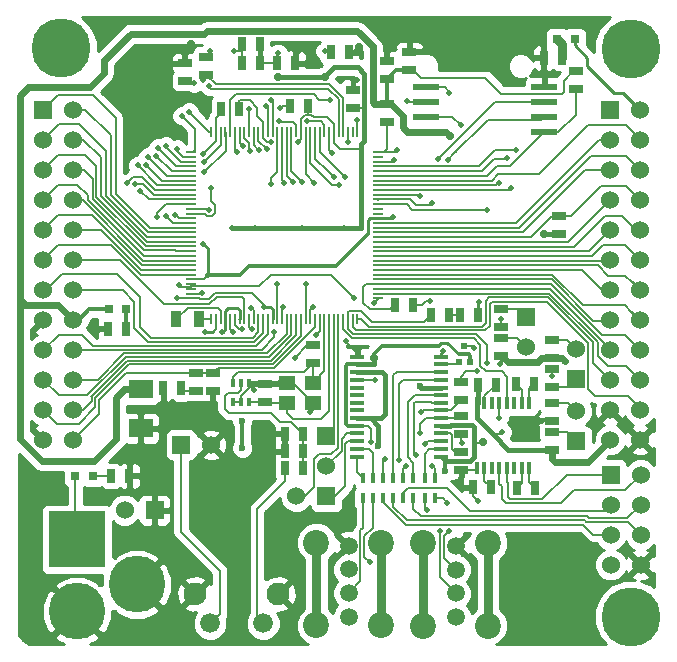
<source format=gtl>
G04 (created by PCBNEW-RS274X (2011-07-20 BZR 3052)-testing) date Fri 19 Aug 2011 07:07:35 AM COT*
G01*
G70*
G90*
%MOIN*%
G04 Gerber Fmt 3.4, Leading zero omitted, Abs format*
%FSLAX34Y34*%
G04 APERTURE LIST*
%ADD10C,0.006000*%
%ADD11R,0.015700X0.039300*%
%ADD12R,0.035000X0.008000*%
%ADD13R,0.008000X0.035000*%
%ADD14R,0.025000X0.045000*%
%ADD15R,0.045000X0.025000*%
%ADD16R,0.060000X0.060000*%
%ADD17C,0.060000*%
%ADD18C,0.066000*%
%ADD19C,0.076000*%
%ADD20R,0.080000X0.060000*%
%ADD21R,0.035000X0.055000*%
%ADD22R,0.050000X0.016000*%
%ADD23R,0.019600X0.023600*%
%ADD24C,0.086600*%
%ADD25C,0.059100*%
%ADD26R,0.015700X0.031400*%
%ADD27C,0.189000*%
%ADD28R,0.189000X0.189000*%
%ADD29R,0.013800X0.035400*%
%ADD30R,0.055100X0.047200*%
%ADD31R,0.086600X0.023600*%
%ADD32C,0.196900*%
%ADD33R,0.031400X0.031400*%
%ADD34C,0.019700*%
%ADD35C,0.027600*%
%ADD36C,0.023600*%
%ADD37C,0.005900*%
%ADD38C,0.007900*%
%ADD39C,0.015700*%
%ADD40C,0.011800*%
%ADD41C,0.011400*%
%ADD42C,0.031500*%
%ADD43C,0.023600*%
%ADD44C,0.010000*%
G04 APERTURE END LIST*
G54D10*
G54D11*
X62966Y-46557D03*
X62716Y-46557D03*
X62466Y-46557D03*
X62216Y-46557D03*
X61966Y-46557D03*
X61716Y-46557D03*
X61466Y-46557D03*
X61216Y-46557D03*
X61216Y-48721D03*
X61466Y-48721D03*
X61716Y-48721D03*
X61966Y-48721D03*
X62216Y-48721D03*
X62466Y-48721D03*
X62716Y-48721D03*
X62966Y-48721D03*
G54D12*
X57919Y-43054D03*
G54D13*
X57228Y-37495D03*
G54D12*
X51669Y-38186D03*
G54D13*
X52360Y-43745D03*
G54D12*
X57919Y-42897D03*
G54D13*
X57071Y-37495D03*
G54D12*
X51669Y-38343D03*
G54D13*
X52517Y-43745D03*
G54D12*
X57919Y-42740D03*
G54D13*
X56914Y-37495D03*
G54D12*
X51669Y-38500D03*
G54D13*
X52674Y-43745D03*
G54D12*
X57919Y-42583D03*
G54D13*
X56757Y-37495D03*
G54D12*
X51669Y-38657D03*
G54D13*
X52831Y-43745D03*
G54D12*
X57919Y-42426D03*
G54D13*
X56600Y-37495D03*
G54D12*
X51669Y-38814D03*
G54D13*
X52988Y-43745D03*
G54D12*
X57919Y-42269D03*
G54D13*
X56443Y-37495D03*
G54D12*
X51669Y-38971D03*
G54D13*
X53145Y-43745D03*
G54D12*
X57919Y-42112D03*
G54D13*
X56286Y-37495D03*
G54D12*
X51669Y-39128D03*
G54D13*
X53302Y-43745D03*
G54D12*
X57919Y-41955D03*
G54D13*
X56129Y-37495D03*
G54D12*
X51669Y-39285D03*
G54D13*
X53459Y-43745D03*
G54D12*
X57919Y-41798D03*
G54D13*
X55972Y-37495D03*
G54D12*
X51669Y-39442D03*
G54D13*
X53616Y-43745D03*
G54D12*
X57919Y-41641D03*
G54D13*
X55815Y-37495D03*
G54D12*
X51669Y-39599D03*
G54D13*
X53773Y-43745D03*
G54D12*
X57919Y-41484D03*
G54D13*
X55658Y-37495D03*
G54D12*
X51669Y-39756D03*
G54D13*
X53930Y-43745D03*
G54D12*
X57919Y-41327D03*
G54D13*
X55501Y-37495D03*
G54D12*
X51669Y-39913D03*
G54D13*
X54087Y-43745D03*
G54D12*
X57919Y-41170D03*
G54D13*
X55344Y-37495D03*
G54D12*
X51669Y-40070D03*
G54D13*
X54244Y-43745D03*
G54D12*
X57919Y-41013D03*
G54D13*
X55187Y-37495D03*
G54D12*
X51669Y-40227D03*
G54D13*
X54401Y-43745D03*
G54D12*
X57919Y-40856D03*
G54D13*
X55030Y-37495D03*
G54D12*
X51669Y-40384D03*
G54D13*
X54558Y-43745D03*
G54D12*
X57919Y-40699D03*
G54D13*
X54873Y-37495D03*
G54D12*
X51669Y-40541D03*
G54D13*
X54715Y-43745D03*
G54D12*
X57919Y-40542D03*
G54D13*
X54716Y-37495D03*
G54D12*
X51669Y-40698D03*
G54D13*
X54872Y-43745D03*
G54D12*
X57919Y-40385D03*
G54D13*
X54559Y-37495D03*
G54D12*
X51669Y-40855D03*
G54D13*
X55029Y-43745D03*
G54D12*
X57919Y-40228D03*
G54D13*
X54402Y-37495D03*
G54D12*
X51669Y-41012D03*
G54D13*
X55186Y-43745D03*
G54D12*
X57919Y-40071D03*
G54D13*
X54245Y-37495D03*
G54D12*
X51669Y-41169D03*
G54D13*
X55343Y-43745D03*
G54D12*
X57919Y-39914D03*
G54D13*
X54088Y-37495D03*
G54D12*
X51669Y-41326D03*
G54D13*
X55500Y-43745D03*
G54D12*
X57919Y-39757D03*
G54D13*
X53931Y-37495D03*
G54D12*
X51669Y-41483D03*
G54D13*
X55657Y-43745D03*
G54D12*
X57919Y-39600D03*
G54D13*
X53774Y-37495D03*
G54D12*
X51669Y-41640D03*
G54D13*
X55814Y-43745D03*
G54D12*
X57919Y-39443D03*
G54D13*
X53617Y-37495D03*
G54D12*
X51669Y-41797D03*
G54D13*
X55971Y-43745D03*
G54D12*
X57919Y-39286D03*
G54D13*
X53460Y-37495D03*
G54D12*
X51669Y-41954D03*
G54D13*
X56128Y-43745D03*
G54D12*
X57919Y-39129D03*
G54D13*
X53303Y-37495D03*
G54D12*
X51669Y-42111D03*
G54D13*
X56285Y-43745D03*
G54D12*
X57919Y-38972D03*
G54D13*
X53146Y-37495D03*
G54D12*
X51669Y-42268D03*
G54D13*
X56442Y-43745D03*
G54D12*
X57919Y-38815D03*
G54D13*
X52989Y-37495D03*
G54D12*
X51669Y-42425D03*
G54D13*
X56599Y-43745D03*
G54D12*
X57919Y-38658D03*
G54D13*
X52832Y-37495D03*
G54D12*
X51669Y-42582D03*
G54D13*
X56756Y-43745D03*
G54D12*
X57919Y-38501D03*
G54D13*
X52675Y-37495D03*
G54D12*
X51669Y-42739D03*
G54D13*
X56913Y-43745D03*
G54D12*
X57919Y-38344D03*
G54D13*
X52518Y-37495D03*
G54D12*
X51669Y-42896D03*
G54D13*
X57070Y-43745D03*
G54D12*
X57919Y-38187D03*
G54D13*
X52361Y-37495D03*
G54D12*
X51669Y-43053D03*
G54D13*
X57227Y-43745D03*
G54D14*
X62515Y-45898D03*
X63115Y-45898D03*
X61836Y-45934D03*
X61236Y-45934D03*
X63143Y-49367D03*
X62543Y-49367D03*
X61678Y-49358D03*
X61078Y-49358D03*
X52692Y-36752D03*
X53292Y-36752D03*
G54D15*
X64508Y-35487D03*
X64508Y-36087D03*
G54D14*
X48913Y-44075D03*
X49513Y-44075D03*
X64040Y-35039D03*
X63440Y-35039D03*
G54D15*
X58209Y-37170D03*
X58209Y-36570D03*
G54D14*
X49631Y-48976D03*
X49031Y-48976D03*
X60269Y-43622D03*
X59669Y-43622D03*
G54D16*
X65651Y-36772D03*
G54D17*
X66651Y-36772D03*
X65651Y-37772D03*
X66651Y-37772D03*
X65651Y-38772D03*
X66651Y-38772D03*
X65651Y-39772D03*
X66651Y-39772D03*
X65651Y-40772D03*
X66651Y-40772D03*
X65651Y-41772D03*
X66651Y-41772D03*
X65651Y-42772D03*
X66651Y-42772D03*
X65651Y-43772D03*
X66651Y-43772D03*
X65651Y-44772D03*
X66651Y-44772D03*
X65651Y-45772D03*
X66651Y-45772D03*
X65651Y-46772D03*
X66651Y-46772D03*
X65651Y-47772D03*
X66651Y-47772D03*
G54D18*
X52319Y-53890D03*
X54089Y-53890D03*
G54D19*
X51819Y-52910D03*
X54579Y-52910D03*
G54D20*
X50000Y-46082D03*
X50000Y-47382D03*
G54D21*
X51938Y-43752D03*
X51188Y-43752D03*
G54D15*
X52185Y-35595D03*
X52185Y-34995D03*
X51476Y-35812D03*
X51476Y-35212D03*
G54D14*
X53981Y-34567D03*
X53381Y-34567D03*
X53981Y-35217D03*
X53381Y-35217D03*
X54562Y-35217D03*
X55162Y-35217D03*
X56334Y-34843D03*
X56934Y-34843D03*
G54D15*
X58209Y-35153D03*
X58209Y-35753D03*
X57087Y-36698D03*
X57087Y-36098D03*
G54D14*
X55576Y-36634D03*
X54976Y-36634D03*
G54D15*
X58965Y-35434D03*
X58965Y-34834D03*
X62025Y-44361D03*
X62025Y-44961D03*
X63705Y-46530D03*
X63705Y-47130D03*
X62025Y-43993D03*
X62025Y-43393D03*
X63957Y-40910D03*
X63957Y-40310D03*
X63704Y-45417D03*
X63704Y-46017D03*
G54D14*
X55410Y-48717D03*
X54810Y-48717D03*
X55410Y-48146D03*
X54810Y-48146D03*
X55410Y-47571D03*
X54810Y-47571D03*
G54D15*
X52409Y-45550D03*
X52409Y-46150D03*
G54D14*
X51363Y-46055D03*
X50763Y-46055D03*
G54D15*
X51835Y-46150D03*
X51835Y-45550D03*
X54165Y-45909D03*
X54165Y-46509D03*
X55740Y-44625D03*
X55740Y-45225D03*
G54D16*
X65669Y-48929D03*
G54D17*
X66669Y-48929D03*
X65669Y-49929D03*
X66669Y-49929D03*
X65669Y-50929D03*
X66669Y-50929D03*
X65669Y-51929D03*
X66669Y-51929D03*
G54D16*
X64524Y-47818D03*
G54D17*
X64524Y-46818D03*
G54D16*
X64523Y-45749D03*
G54D17*
X64523Y-44749D03*
G54D16*
X51354Y-47941D03*
G54D17*
X52354Y-47941D03*
G54D16*
X50469Y-50114D03*
G54D17*
X49469Y-50114D03*
G54D16*
X62851Y-43673D03*
G54D17*
X62851Y-44673D03*
G54D15*
X63704Y-44452D03*
X63704Y-45052D03*
G54D14*
X58476Y-43264D03*
X59076Y-43264D03*
G54D15*
X63709Y-48098D03*
X63709Y-47498D03*
G54D14*
X61265Y-43622D03*
X60665Y-43622D03*
G54D22*
X60022Y-48327D03*
X60022Y-48077D03*
X60022Y-47817D03*
X60022Y-47557D03*
X60022Y-47307D03*
X60022Y-47047D03*
X60022Y-46787D03*
X60022Y-46537D03*
X60022Y-46277D03*
X60022Y-46027D03*
X60022Y-45767D03*
X60022Y-45507D03*
X60022Y-45257D03*
X60022Y-44997D03*
X57222Y-44997D03*
X57222Y-45257D03*
X57222Y-45497D03*
X57222Y-45767D03*
X57222Y-46027D03*
X57222Y-46277D03*
X57222Y-46537D03*
X57222Y-46787D03*
X57222Y-47047D03*
X57222Y-47307D03*
X57222Y-47557D03*
X57222Y-47817D03*
X57222Y-48077D03*
X57222Y-48327D03*
G54D15*
X60693Y-48784D03*
X60693Y-48184D03*
X60697Y-46430D03*
X60697Y-45830D03*
X60697Y-46980D03*
X60697Y-47580D03*
G54D16*
X46756Y-36772D03*
G54D17*
X47756Y-36772D03*
X46756Y-37772D03*
X47756Y-37772D03*
X46756Y-38772D03*
X47756Y-38772D03*
X46756Y-39772D03*
X47756Y-39772D03*
X46756Y-40772D03*
X47756Y-40772D03*
X46756Y-41772D03*
X47756Y-41772D03*
X46756Y-42772D03*
X47756Y-42772D03*
X46756Y-43772D03*
X47756Y-43772D03*
X46756Y-44772D03*
X47756Y-44772D03*
X46756Y-45772D03*
X47756Y-45772D03*
X46756Y-46772D03*
X47756Y-46772D03*
X46756Y-47772D03*
X47756Y-47772D03*
G54D23*
X60603Y-45168D03*
X60995Y-45168D03*
X60799Y-44658D03*
G54D24*
X59433Y-51206D03*
X61575Y-51206D03*
G54D25*
X60504Y-53674D03*
X60504Y-52887D03*
X60504Y-52099D03*
X60504Y-51312D03*
G54D24*
X61575Y-53961D03*
X59433Y-53961D03*
X55866Y-51198D03*
X58008Y-51198D03*
G54D25*
X56937Y-53666D03*
X56937Y-52879D03*
X56937Y-52091D03*
X56937Y-51304D03*
G54D24*
X58008Y-53953D03*
X55866Y-53953D03*
G54D26*
X53605Y-45887D03*
X53350Y-45887D03*
X53095Y-45887D03*
X53095Y-46515D03*
X53350Y-46515D03*
X53605Y-46515D03*
G54D27*
X47874Y-53492D03*
G54D28*
X47874Y-51092D03*
G54D27*
X49874Y-52592D03*
G54D29*
X57413Y-49713D03*
X57413Y-49044D03*
X57748Y-49044D03*
X57748Y-49713D03*
X59472Y-49713D03*
X59472Y-49044D03*
X59807Y-49044D03*
X59807Y-49713D03*
X58764Y-49720D03*
X58764Y-49051D03*
X59099Y-49051D03*
X59099Y-49720D03*
X58083Y-49713D03*
X58083Y-49044D03*
X58418Y-49044D03*
X58418Y-49713D03*
G54D30*
X55740Y-45862D03*
X54874Y-45862D03*
X54874Y-46531D03*
X55740Y-46531D03*
G54D31*
X63464Y-37508D03*
X63464Y-37004D03*
X63464Y-36500D03*
X63464Y-35996D03*
X59527Y-36004D03*
X59527Y-36496D03*
X59527Y-37008D03*
X59527Y-37500D03*
G54D32*
X66338Y-34733D03*
X47342Y-34725D03*
G54D16*
X56189Y-47646D03*
G54D17*
X56189Y-48646D03*
G54D16*
X56193Y-49654D03*
G54D17*
X55193Y-49654D03*
G54D32*
X66362Y-53666D03*
G54D33*
X47827Y-48980D03*
X48417Y-48980D03*
X64468Y-34409D03*
X63878Y-34409D03*
X48937Y-43425D03*
X49527Y-43425D03*
G54D34*
X50557Y-40328D03*
X51220Y-38071D03*
X51627Y-36836D03*
X49827Y-39240D03*
X49551Y-39213D03*
X49902Y-38622D03*
X50197Y-38602D03*
X50531Y-38307D03*
X51157Y-40264D03*
X52067Y-35768D03*
X56610Y-39270D03*
X54217Y-38083D03*
X53941Y-38106D03*
X53665Y-38154D03*
X53406Y-37976D03*
X53228Y-38181D03*
X55791Y-39193D03*
X55394Y-39177D03*
X54799Y-39193D03*
X54350Y-39230D03*
X54358Y-36441D03*
X54197Y-36650D03*
X54616Y-37136D03*
X53602Y-36752D03*
X56390Y-38205D03*
X55561Y-37145D03*
X52297Y-40116D03*
X59331Y-39646D03*
X59902Y-38425D03*
X57224Y-37126D03*
X58898Y-36476D03*
G54D35*
X61417Y-47858D03*
G54D36*
X59319Y-45992D03*
X60165Y-48803D03*
G54D34*
X57685Y-47827D03*
G54D35*
X57783Y-45051D03*
G54D34*
X58858Y-48634D03*
X59177Y-48287D03*
X58142Y-48421D03*
X58630Y-48429D03*
X59713Y-48630D03*
X59472Y-47921D03*
X59311Y-47535D03*
X59362Y-46831D03*
X49978Y-39462D03*
X51378Y-36969D03*
X50236Y-38327D03*
X50571Y-38031D03*
X50846Y-37972D03*
X50864Y-40325D03*
X52118Y-38850D03*
X52088Y-38242D03*
X51772Y-35886D03*
X52339Y-39366D03*
X52283Y-35984D03*
X52323Y-34823D03*
X56828Y-39014D03*
X56319Y-36457D03*
X56438Y-39025D03*
X55088Y-39183D03*
X52108Y-38521D03*
X59724Y-39862D03*
X60236Y-38445D03*
X62362Y-39370D03*
X60689Y-37283D03*
X61949Y-39213D03*
X62500Y-38110D03*
X62224Y-38386D03*
X58563Y-38110D03*
X60295Y-36201D03*
X61559Y-40106D03*
X54461Y-44165D03*
X61543Y-45220D03*
X61965Y-47028D03*
X55504Y-42591D03*
X55197Y-51634D03*
X48602Y-44075D03*
X56909Y-37854D03*
X57205Y-35787D03*
X55642Y-46858D03*
G54D35*
X63134Y-34370D03*
G54D34*
X52165Y-44185D03*
X54638Y-36717D03*
X60094Y-44807D03*
X61220Y-45492D03*
X59650Y-43146D03*
X58457Y-38453D03*
G54D35*
X57299Y-34677D03*
X51673Y-34587D03*
G54D34*
X54764Y-43339D03*
X53705Y-44091D03*
X53776Y-46126D03*
X55134Y-45031D03*
X55748Y-43350D03*
X56843Y-44488D03*
X62028Y-43736D03*
X61110Y-44705D03*
X60512Y-49169D03*
X61236Y-49811D03*
X60701Y-47878D03*
X58429Y-34358D03*
X63705Y-45657D03*
X63232Y-47134D03*
X55295Y-34803D03*
X54555Y-42563D03*
X53130Y-34823D03*
X57803Y-45768D03*
X60220Y-49866D03*
X60283Y-50795D03*
X57650Y-51858D03*
X59984Y-50811D03*
X59543Y-50098D03*
X53098Y-44185D03*
X53390Y-44091D03*
G54D36*
X53394Y-48035D03*
X53394Y-47142D03*
X57925Y-47988D03*
G54D34*
X54122Y-43327D03*
X51201Y-43051D03*
X51276Y-42594D03*
X57114Y-43051D03*
X57772Y-43209D03*
X61299Y-43161D03*
X61984Y-45252D03*
X62063Y-47508D03*
X52094Y-41228D03*
G54D35*
X63465Y-40902D03*
G54D34*
X58406Y-40335D03*
G54D35*
X60303Y-37630D03*
G54D36*
X64142Y-45157D03*
G54D34*
X52244Y-42283D03*
X52047Y-42874D03*
X54587Y-34882D03*
X56142Y-34823D03*
X53693Y-43378D03*
X53051Y-40701D03*
X53831Y-40701D03*
X55382Y-40705D03*
X57366Y-40705D03*
X56791Y-40705D03*
G54D35*
X56146Y-35669D03*
X54591Y-35685D03*
G54D34*
X54346Y-37846D03*
X55244Y-37846D03*
X52732Y-44181D03*
X55858Y-44268D03*
G54D37*
X50557Y-40207D02*
X50851Y-39913D01*
X51669Y-39913D02*
X50851Y-39913D01*
X50557Y-40328D02*
X50557Y-40207D01*
G54D38*
X51669Y-38343D02*
X51433Y-38343D01*
X51220Y-38130D02*
X51220Y-38071D01*
X51433Y-38343D02*
X51220Y-38130D01*
G54D37*
X52286Y-37495D02*
X51627Y-36836D01*
X52361Y-37495D02*
X52286Y-37495D01*
X50434Y-39599D02*
X50075Y-39240D01*
X50075Y-39240D02*
X49827Y-39240D01*
X50434Y-39599D02*
X51669Y-39599D01*
X50493Y-39442D02*
X50059Y-39008D01*
X50059Y-39008D02*
X49756Y-39008D01*
X49756Y-39008D02*
X49551Y-39213D01*
X51669Y-39442D02*
X50493Y-39442D01*
G54D38*
X50565Y-39285D02*
X49902Y-38622D01*
X50565Y-39285D02*
X51669Y-39285D01*
X50723Y-39128D02*
X50197Y-38602D01*
X50723Y-39128D02*
X51669Y-39128D01*
X51038Y-38814D02*
X50531Y-38307D01*
X51038Y-38814D02*
X51669Y-38814D01*
G54D37*
X51669Y-40384D02*
X51277Y-40384D01*
X51277Y-40384D02*
X51157Y-40264D01*
G54D38*
X56757Y-37495D02*
X56757Y-36383D01*
X52515Y-35925D02*
X52185Y-35595D01*
X56299Y-35925D02*
X52515Y-35925D01*
X56757Y-36383D02*
X56299Y-35925D01*
X52185Y-35650D02*
X52185Y-35595D01*
X52067Y-35768D02*
X52185Y-35650D01*
G54D37*
X56179Y-39065D02*
X56185Y-39065D01*
X55658Y-37495D02*
X55658Y-38544D01*
X55658Y-38544D02*
X56179Y-39065D01*
X56390Y-39270D02*
X56610Y-39270D01*
X56185Y-39065D02*
X56390Y-39270D01*
X53931Y-37495D02*
X53931Y-37797D01*
X53931Y-37797D02*
X54217Y-38083D01*
X53774Y-37947D02*
X53933Y-38106D01*
X53933Y-38106D02*
X53941Y-38106D01*
X53774Y-37495D02*
X53774Y-37947D01*
X53770Y-37493D02*
X53774Y-37495D01*
X53460Y-37719D02*
X53618Y-37877D01*
X53618Y-37877D02*
X53618Y-38107D01*
X53618Y-38107D02*
X53665Y-38154D01*
X53460Y-37495D02*
X53460Y-37719D01*
X53303Y-37495D02*
X53303Y-37873D01*
X53303Y-37873D02*
X53406Y-37976D01*
X53146Y-37495D02*
X53146Y-38099D01*
X53146Y-38099D02*
X53228Y-38181D01*
X55504Y-38906D02*
X55791Y-39193D01*
X55501Y-37495D02*
X55501Y-38906D01*
X55501Y-38906D02*
X55504Y-38906D01*
X55030Y-38813D02*
X55394Y-39177D01*
X55030Y-37495D02*
X55030Y-38747D01*
X55030Y-38747D02*
X55030Y-38813D01*
X54716Y-39020D02*
X54716Y-39110D01*
X54716Y-39110D02*
X54799Y-39193D01*
X54716Y-37495D02*
X54716Y-39020D01*
X54716Y-39020D02*
X54716Y-39023D01*
X54354Y-39056D02*
X54354Y-39226D01*
X54559Y-37495D02*
X54559Y-38851D01*
X54354Y-39056D02*
X54559Y-38851D01*
X54354Y-39226D02*
X54350Y-39230D01*
X54402Y-36485D02*
X54402Y-37495D01*
X54358Y-36441D02*
X54402Y-36485D01*
X54245Y-36698D02*
X54245Y-37495D01*
X54197Y-36650D02*
X54245Y-36698D01*
X54616Y-37136D02*
X54655Y-37175D01*
X54655Y-37175D02*
X55092Y-37175D01*
X55092Y-37175D02*
X55191Y-37274D01*
X55191Y-37274D02*
X55187Y-37274D01*
X55187Y-37495D02*
X55187Y-37274D01*
X55187Y-37274D02*
X55187Y-37274D01*
X55183Y-37495D02*
X55187Y-37495D01*
G54D38*
X53617Y-36767D02*
X53617Y-37495D01*
X53602Y-36752D02*
X53617Y-36767D01*
G54D37*
X56286Y-37495D02*
X56286Y-38101D01*
X56286Y-38101D02*
X56390Y-38205D01*
X56129Y-37495D02*
X56129Y-37262D01*
X56012Y-37145D02*
X55561Y-37145D01*
X56129Y-37262D02*
X56012Y-37145D01*
X51669Y-40070D02*
X52251Y-40070D01*
X52251Y-40070D02*
X52297Y-40116D01*
X60414Y-37913D02*
X61516Y-36811D01*
X61826Y-36500D02*
X63464Y-36500D01*
X61516Y-36810D02*
X61826Y-36500D01*
X61516Y-36811D02*
X61516Y-36810D01*
X59902Y-38425D02*
X60414Y-37913D01*
X60414Y-37913D02*
X60453Y-37874D01*
X57919Y-39600D02*
X59285Y-39600D01*
X59285Y-39600D02*
X59331Y-39646D01*
X63464Y-37508D02*
X63929Y-37508D01*
X64508Y-36929D02*
X64508Y-36087D01*
X63929Y-37508D02*
X64508Y-36929D01*
X57919Y-38972D02*
X61540Y-38972D01*
X62330Y-38642D02*
X63464Y-37508D01*
X61870Y-38642D02*
X62330Y-38642D01*
X61540Y-38972D02*
X61870Y-38642D01*
X57228Y-37495D02*
X57228Y-37130D01*
X57228Y-37130D02*
X57224Y-37126D01*
X59527Y-36496D02*
X58878Y-36496D01*
X58878Y-36496D02*
X58898Y-36476D01*
G54D38*
X61409Y-47866D02*
X61110Y-47866D01*
X61417Y-47858D02*
X61409Y-47866D01*
G54D39*
X60022Y-46027D02*
X59354Y-46027D01*
G54D40*
X59354Y-46027D02*
X59319Y-45992D01*
X60156Y-48794D02*
X60156Y-48461D01*
X60165Y-48803D02*
X60156Y-48794D01*
G54D39*
X60022Y-47307D02*
X60315Y-47307D01*
G54D40*
X60156Y-48461D02*
X60022Y-48327D01*
G54D39*
X60980Y-48461D02*
X60156Y-48461D01*
X61110Y-48331D02*
X60980Y-48461D01*
X61110Y-47346D02*
X61110Y-47866D01*
X61110Y-47866D02*
X61110Y-48331D01*
X61044Y-47280D02*
X61110Y-47346D01*
X60342Y-47280D02*
X61044Y-47280D01*
G54D40*
X60315Y-47307D02*
X60342Y-47280D01*
G54D38*
X57685Y-47827D02*
X57697Y-47815D01*
X57697Y-47815D02*
X57697Y-47410D01*
X57697Y-47410D02*
X57594Y-47307D01*
X57222Y-47307D02*
X57594Y-47307D01*
G54D40*
X60995Y-45168D02*
X60995Y-44971D01*
X57783Y-44895D02*
X57783Y-45051D01*
X58040Y-44638D02*
X57783Y-44895D01*
X59914Y-44638D02*
X58040Y-44638D01*
G54D41*
X60021Y-44531D02*
X59914Y-44638D01*
X60231Y-44531D02*
X60021Y-44531D01*
X60617Y-44917D02*
X60231Y-44531D01*
G54D40*
X60941Y-44917D02*
X60617Y-44917D01*
X60995Y-44971D02*
X60941Y-44917D01*
G54D39*
X57747Y-45257D02*
X57222Y-45257D01*
X57768Y-45236D02*
X57747Y-45257D01*
X57768Y-45066D02*
X57768Y-45236D01*
G54D40*
X57783Y-45051D02*
X57768Y-45066D01*
X57222Y-45257D02*
X56889Y-45257D01*
X56902Y-47307D02*
X57222Y-47307D01*
X56843Y-47248D02*
X56902Y-47307D01*
X56843Y-45303D02*
X56843Y-47248D01*
X56889Y-45257D02*
X56843Y-45303D01*
G54D37*
X57222Y-48327D02*
X57222Y-48853D01*
X57222Y-48853D02*
X57413Y-49044D01*
X59472Y-48237D02*
X59472Y-49044D01*
X59632Y-48077D02*
X59472Y-48237D01*
X60022Y-48077D02*
X59632Y-48077D01*
G54D38*
X59110Y-48224D02*
X59114Y-48224D01*
G54D37*
X59719Y-46537D02*
X59678Y-46496D01*
X59678Y-46496D02*
X59156Y-46496D01*
X59156Y-46496D02*
X59110Y-46542D01*
X59110Y-46542D02*
X59110Y-48224D01*
X58858Y-48634D02*
X58764Y-48728D01*
X58764Y-49051D02*
X58764Y-48728D01*
X59719Y-46537D02*
X60022Y-46537D01*
G54D38*
X59114Y-48224D02*
X59177Y-48287D01*
G54D37*
X60022Y-45767D02*
X58757Y-45767D01*
X58083Y-48480D02*
X58083Y-49044D01*
X58142Y-48421D02*
X58083Y-48480D01*
X58630Y-45894D02*
X58630Y-48429D01*
X58757Y-45767D02*
X58630Y-45894D01*
X57222Y-48077D02*
X57613Y-48077D01*
X57748Y-48212D02*
X57748Y-49044D01*
X57613Y-48077D02*
X57748Y-48212D01*
X59807Y-49044D02*
X59807Y-48724D01*
X59807Y-48724D02*
X59713Y-48630D01*
X59576Y-47817D02*
X60022Y-47817D01*
X59472Y-47921D02*
X59576Y-47817D01*
X60022Y-46277D02*
X59631Y-46277D01*
X59099Y-48536D02*
X59099Y-49051D01*
X58909Y-48346D02*
X59099Y-48536D01*
X58909Y-46505D02*
X58909Y-48346D01*
X59138Y-46276D02*
X58909Y-46505D01*
X59630Y-46276D02*
X59138Y-46276D01*
X59631Y-46277D02*
X59630Y-46276D01*
X60022Y-45507D02*
X58537Y-45507D01*
X58418Y-45626D02*
X58418Y-49044D01*
X58537Y-45507D02*
X58418Y-45626D01*
X58418Y-49713D02*
X58418Y-50008D01*
X66248Y-50508D02*
X66669Y-50929D01*
X64855Y-50508D02*
X66248Y-50508D01*
X64804Y-50457D02*
X64855Y-50508D01*
X58867Y-50457D02*
X64804Y-50457D01*
X58418Y-50008D02*
X58867Y-50457D01*
X59099Y-49720D02*
X59099Y-50072D01*
X66212Y-50386D02*
X66669Y-49929D01*
X64937Y-50386D02*
X66212Y-50386D01*
X64870Y-50319D02*
X64937Y-50386D01*
X59346Y-50319D02*
X64870Y-50319D01*
X59099Y-50072D02*
X59346Y-50319D01*
G54D38*
X60022Y-47047D02*
X60630Y-47047D01*
X60630Y-47047D02*
X60697Y-46980D01*
G54D37*
X60022Y-47047D02*
X59512Y-47047D01*
X59311Y-47248D02*
X59311Y-47535D01*
X59512Y-47047D02*
X59311Y-47248D01*
G54D38*
X60022Y-46787D02*
X60340Y-46787D01*
X60340Y-46787D02*
X60697Y-46430D01*
G54D37*
X60022Y-46787D02*
X59406Y-46787D01*
X59406Y-46787D02*
X59362Y-46831D01*
X50272Y-39756D02*
X49978Y-39462D01*
X50272Y-39756D02*
X51669Y-39756D01*
X51811Y-38110D02*
X51811Y-38150D01*
X51378Y-36969D02*
X51811Y-37402D01*
X51811Y-37402D02*
X51811Y-38110D01*
X51811Y-38150D02*
X51669Y-38186D01*
G54D38*
X50880Y-38971D02*
X50236Y-38327D01*
X50880Y-38971D02*
X51669Y-38971D01*
X51197Y-38657D02*
X50571Y-38031D01*
X51197Y-38657D02*
X51669Y-38657D01*
X51334Y-38500D02*
X51669Y-38500D01*
X51334Y-38500D02*
X50846Y-38012D01*
X50846Y-37972D02*
X50846Y-38012D01*
G54D37*
X51080Y-40541D02*
X50864Y-40325D01*
X51080Y-40541D02*
X51669Y-40541D01*
X52118Y-38850D02*
X52836Y-38132D01*
X52836Y-38132D02*
X52836Y-37495D01*
X52832Y-37495D02*
X52836Y-37495D01*
G54D38*
X52692Y-36752D02*
X52692Y-36855D01*
X52518Y-37029D02*
X52518Y-37495D01*
X52692Y-36855D02*
X52518Y-37029D01*
G54D37*
X52088Y-38242D02*
X52518Y-37812D01*
X52518Y-37812D02*
X52518Y-37495D01*
X51698Y-35812D02*
X51476Y-35812D01*
X51772Y-35886D02*
X51698Y-35812D01*
X52339Y-39803D02*
X52492Y-39956D01*
X52492Y-39956D02*
X52492Y-40209D01*
X52492Y-40209D02*
X52394Y-40307D01*
X52394Y-40307D02*
X52216Y-40307D01*
X52216Y-40307D02*
X52136Y-40227D01*
X52136Y-40227D02*
X51669Y-40227D01*
X52339Y-39366D02*
X52339Y-39803D01*
X51669Y-40231D02*
X51669Y-40227D01*
G54D38*
X56600Y-37495D02*
X56600Y-36423D01*
X52365Y-36066D02*
X52283Y-35984D01*
X56243Y-36066D02*
X52365Y-36066D01*
X56600Y-36423D02*
X56243Y-36066D01*
G54D37*
X52185Y-34995D02*
X52185Y-34961D01*
X52185Y-34961D02*
X52323Y-34823D01*
X56828Y-39014D02*
X55976Y-38166D01*
X55976Y-38166D02*
X55976Y-37495D01*
X55972Y-37495D02*
X55976Y-37495D01*
G54D38*
X52989Y-37495D02*
X52989Y-36696D01*
X56319Y-36457D02*
X56299Y-36437D01*
X56299Y-36437D02*
X55964Y-36437D01*
X55964Y-36437D02*
X55767Y-36240D01*
X55767Y-36240D02*
X53386Y-36240D01*
X53189Y-36240D02*
X53386Y-36240D01*
X52992Y-36437D02*
X53189Y-36240D01*
X52992Y-36693D02*
X52992Y-36437D01*
X52989Y-36696D02*
X52992Y-36693D01*
G54D37*
X56238Y-38821D02*
X56238Y-38825D01*
X56238Y-38821D02*
X55815Y-38398D01*
X55815Y-38398D02*
X55815Y-37495D01*
X56238Y-38825D02*
X56438Y-39025D01*
X54873Y-38879D02*
X54873Y-38968D01*
X54873Y-38968D02*
X55088Y-39183D01*
X54873Y-37495D02*
X54873Y-38879D01*
X55088Y-39183D02*
X55094Y-39189D01*
X52675Y-37954D02*
X52108Y-38521D01*
X52675Y-37954D02*
X52675Y-37495D01*
X49008Y-39602D02*
X49008Y-37619D01*
X51669Y-40855D02*
X50261Y-40855D01*
X50261Y-40855D02*
X49008Y-39602D01*
X48161Y-36772D02*
X47756Y-36772D01*
X49008Y-37619D02*
X48161Y-36772D01*
X49173Y-39570D02*
X49173Y-37048D01*
X50301Y-40698D02*
X49173Y-39570D01*
X51669Y-40698D02*
X50301Y-40698D01*
X47252Y-36276D02*
X46756Y-36772D01*
X48401Y-36276D02*
X47252Y-36276D01*
X49173Y-37048D02*
X48401Y-36276D01*
G54D38*
X57919Y-39757D02*
X58989Y-39757D01*
X59645Y-39941D02*
X59724Y-39862D01*
X59173Y-39941D02*
X59645Y-39941D01*
X58989Y-39757D02*
X59173Y-39941D01*
G54D37*
X60463Y-38218D02*
X60236Y-38445D01*
X60463Y-38218D02*
X61437Y-37244D01*
X63362Y-37106D02*
X63464Y-37004D01*
X61575Y-37106D02*
X63362Y-37106D01*
X61437Y-37244D02*
X61575Y-37106D01*
X60463Y-38218D02*
X60512Y-38169D01*
X57919Y-39761D02*
X57919Y-39757D01*
X62350Y-39443D02*
X62350Y-39382D01*
X62350Y-39382D02*
X62362Y-39370D01*
X60177Y-37008D02*
X59527Y-37008D01*
X60177Y-37008D02*
X60394Y-37008D01*
X60669Y-37283D02*
X60689Y-37283D01*
X60394Y-37008D02*
X60669Y-37283D01*
G54D38*
X62350Y-39443D02*
X57919Y-39443D01*
X62356Y-39449D02*
X62350Y-39443D01*
G54D37*
X57919Y-39286D02*
X61856Y-39286D01*
X61929Y-39213D02*
X61949Y-39213D01*
X61856Y-39286D02*
X61929Y-39213D01*
X57919Y-39290D02*
X57919Y-39286D01*
X57919Y-39129D02*
X61717Y-39129D01*
X66651Y-37753D02*
X66181Y-37283D01*
X66181Y-37283D02*
X64902Y-37283D01*
X64902Y-37283D02*
X63268Y-38917D01*
X63268Y-38917D02*
X62008Y-38917D01*
X66651Y-37753D02*
X66651Y-37772D01*
X61929Y-38917D02*
X62008Y-38917D01*
X61717Y-39129D02*
X61929Y-38917D01*
G54D41*
X64468Y-34409D02*
X64468Y-34626D01*
X66080Y-36201D02*
X66651Y-36772D01*
X65768Y-36201D02*
X66080Y-36201D01*
X64882Y-35315D02*
X65768Y-36201D01*
X64882Y-35040D02*
X64882Y-35315D01*
X64468Y-34626D02*
X64882Y-35040D01*
G54D37*
X57919Y-38658D02*
X61283Y-38658D01*
X61831Y-38110D02*
X62500Y-38110D01*
X61283Y-38658D02*
X61831Y-38110D01*
X57919Y-38815D02*
X61382Y-38815D01*
X62204Y-38406D02*
X62224Y-38386D01*
X61791Y-38406D02*
X62204Y-38406D01*
X61382Y-38815D02*
X61791Y-38406D01*
X58209Y-37170D02*
X58209Y-38091D01*
X58209Y-38091D02*
X58113Y-38187D01*
X57919Y-38187D02*
X58113Y-38187D01*
X58113Y-38187D02*
X58486Y-38187D01*
X58486Y-38187D02*
X58563Y-38110D01*
X60295Y-36161D02*
X60295Y-36201D01*
X60138Y-36004D02*
X60295Y-36161D01*
X60138Y-36004D02*
X59527Y-36004D01*
X57919Y-39914D02*
X58878Y-39914D01*
X61555Y-40102D02*
X61559Y-40106D01*
X59066Y-40102D02*
X61555Y-40102D01*
X58878Y-39914D02*
X59066Y-40102D01*
X54872Y-43745D02*
X54872Y-44241D01*
X48571Y-45772D02*
X47756Y-45772D01*
X49458Y-44885D02*
X48571Y-45772D01*
X54228Y-44885D02*
X49458Y-44885D01*
X54872Y-44241D02*
X54228Y-44885D01*
X54244Y-43745D02*
X54244Y-44256D01*
X47268Y-44260D02*
X46756Y-44772D01*
X48040Y-44260D02*
X47268Y-44260D01*
X48423Y-44643D02*
X48040Y-44260D01*
X53857Y-44643D02*
X48423Y-44643D01*
X54244Y-44256D02*
X53857Y-44643D01*
X47756Y-44772D02*
X49370Y-44772D01*
X54461Y-44355D02*
X54461Y-44165D01*
X54052Y-44764D02*
X54461Y-44355D01*
X49378Y-44764D02*
X54052Y-44764D01*
X49370Y-44772D02*
X49378Y-44764D01*
X47823Y-44705D02*
X47756Y-44772D01*
X66165Y-46311D02*
X66252Y-46311D01*
X57070Y-44000D02*
X57193Y-44123D01*
X57193Y-44123D02*
X61497Y-44123D01*
X61497Y-44123D02*
X61650Y-43970D01*
X61650Y-43970D02*
X61650Y-43233D01*
X61650Y-43233D02*
X61722Y-43161D01*
X61722Y-43161D02*
X63539Y-43161D01*
X63539Y-43161D02*
X64917Y-44539D01*
X64917Y-44539D02*
X64917Y-46086D01*
X64917Y-46086D02*
X65142Y-46311D01*
X65142Y-46311D02*
X66165Y-46311D01*
X57070Y-43745D02*
X57070Y-44000D01*
X66651Y-46710D02*
X66651Y-46772D01*
X66252Y-46311D02*
X66651Y-46710D01*
X65071Y-45197D02*
X65076Y-45197D01*
X65076Y-45197D02*
X65651Y-45772D01*
X57227Y-43745D02*
X57359Y-43745D01*
X57359Y-43745D02*
X57615Y-44001D01*
X57615Y-44001D02*
X61387Y-44001D01*
X61387Y-44001D02*
X61518Y-43870D01*
X61518Y-43870D02*
X61518Y-43128D01*
X61518Y-43128D02*
X61622Y-43024D01*
X61622Y-43024D02*
X63571Y-43024D01*
X63571Y-43024D02*
X65071Y-44524D01*
X65071Y-44524D02*
X65071Y-45197D01*
X65071Y-45197D02*
X65071Y-45217D01*
X66651Y-41772D02*
X66651Y-41770D01*
X65052Y-41641D02*
X57919Y-41641D01*
X65413Y-41280D02*
X65052Y-41641D01*
X66161Y-41280D02*
X65413Y-41280D01*
X66651Y-41770D02*
X66161Y-41280D01*
X66142Y-45303D02*
X66182Y-45303D01*
X66182Y-45303D02*
X66651Y-45772D01*
X63705Y-46530D02*
X64236Y-46530D01*
X64236Y-46530D02*
X64524Y-46818D01*
X62972Y-42897D02*
X63629Y-42897D01*
X57919Y-42897D02*
X62972Y-42897D01*
X65590Y-45303D02*
X66142Y-45303D01*
X66142Y-45303D02*
X66157Y-45303D01*
X65252Y-44965D02*
X65590Y-45303D01*
X65252Y-44520D02*
X65252Y-44965D01*
X63629Y-42897D02*
X65252Y-44520D01*
G54D38*
X63704Y-44452D02*
X64226Y-44452D01*
X64226Y-44452D02*
X64523Y-44749D01*
G54D37*
X65651Y-44772D02*
X65651Y-44747D01*
X57927Y-42732D02*
X57919Y-42740D01*
X63636Y-42732D02*
X57927Y-42732D01*
X65651Y-44747D02*
X63636Y-42732D01*
X66341Y-44487D02*
X66366Y-44487D01*
X66366Y-44487D02*
X66651Y-44772D01*
X57919Y-42583D02*
X57531Y-42583D01*
X58323Y-43417D02*
X58476Y-43264D01*
X57641Y-43417D02*
X58323Y-43417D01*
X57429Y-43205D02*
X57641Y-43417D01*
X57429Y-42685D02*
X57429Y-43205D01*
X57531Y-42583D02*
X57429Y-42685D01*
X57919Y-42583D02*
X63670Y-42583D01*
X66137Y-44283D02*
X66341Y-44487D01*
X66341Y-44487D02*
X66651Y-44797D01*
X65370Y-44283D02*
X66137Y-44283D01*
X63670Y-42583D02*
X65370Y-44283D01*
G54D38*
X65077Y-43797D02*
X65626Y-43797D01*
G54D37*
X63706Y-42426D02*
X65077Y-43797D01*
X57919Y-42426D02*
X63706Y-42426D01*
G54D38*
X65626Y-43797D02*
X65651Y-43772D01*
G54D37*
X62025Y-44361D02*
X62539Y-44361D01*
X62539Y-44361D02*
X62851Y-44673D01*
X66348Y-43494D02*
X66373Y-43494D01*
X66373Y-43494D02*
X66651Y-43772D01*
X57919Y-42269D02*
X63729Y-42269D01*
X66145Y-43291D02*
X66348Y-43494D01*
X66348Y-43494D02*
X66651Y-43797D01*
X64751Y-43291D02*
X66145Y-43291D01*
X63729Y-42269D02*
X64751Y-43291D01*
X57919Y-42112D02*
X64711Y-42112D01*
X65371Y-42772D02*
X65651Y-42772D01*
X64711Y-42112D02*
X65371Y-42772D01*
X66376Y-42522D02*
X66401Y-42522D01*
X66401Y-42522D02*
X66651Y-42772D01*
X57919Y-41955D02*
X65247Y-41955D01*
X66149Y-42295D02*
X66376Y-42522D01*
X66376Y-42522D02*
X66651Y-42797D01*
X65587Y-42295D02*
X66149Y-42295D01*
X65247Y-41955D02*
X65587Y-42295D01*
X57919Y-41798D02*
X65625Y-41798D01*
X65625Y-41798D02*
X65651Y-41772D01*
X65651Y-37772D02*
X65279Y-37772D01*
X62509Y-40542D02*
X57919Y-40542D01*
X65279Y-37772D02*
X62509Y-40542D01*
X57919Y-41484D02*
X64939Y-41484D01*
X64939Y-41484D02*
X65651Y-40772D01*
X57919Y-40856D02*
X62747Y-40856D01*
X64831Y-38772D02*
X65651Y-38772D01*
X62747Y-40856D02*
X64831Y-38772D01*
X66651Y-40772D02*
X66520Y-40772D01*
X66520Y-40772D02*
X66063Y-40315D01*
X66063Y-40315D02*
X65473Y-40315D01*
X65473Y-40315D02*
X64461Y-41327D01*
X64461Y-41327D02*
X57919Y-41327D01*
X63957Y-40310D02*
X64336Y-40310D01*
X66190Y-39311D02*
X66651Y-39772D01*
X65335Y-39311D02*
X66190Y-39311D01*
X64336Y-40310D02*
X65335Y-39311D01*
X57919Y-41013D02*
X63003Y-41013D01*
X63706Y-40310D02*
X63957Y-40310D01*
X63003Y-41013D02*
X63706Y-40310D01*
X57919Y-40699D02*
X62608Y-40699D01*
X66186Y-38307D02*
X66651Y-38772D01*
X65000Y-38307D02*
X66186Y-38307D01*
X62608Y-40699D02*
X65000Y-38307D01*
X65651Y-39772D02*
X65651Y-39782D01*
X64263Y-41170D02*
X57919Y-41170D01*
X65651Y-39782D02*
X64263Y-41170D01*
X48370Y-46314D02*
X48370Y-46473D01*
X48071Y-46772D02*
X47756Y-46772D01*
X48370Y-46473D02*
X48071Y-46772D01*
X55186Y-43745D02*
X55186Y-44283D01*
X49557Y-45127D02*
X48370Y-46314D01*
X48370Y-46314D02*
X48366Y-46318D01*
X54342Y-45127D02*
X49557Y-45127D01*
X55186Y-44283D02*
X54342Y-45127D01*
X55029Y-43745D02*
X55029Y-44264D01*
X47267Y-46283D02*
X46756Y-45772D01*
X48230Y-46283D02*
X47267Y-46283D01*
X49507Y-45006D02*
X48230Y-46283D01*
X54287Y-45006D02*
X49507Y-45006D01*
X55029Y-44264D02*
X54287Y-45006D01*
X49795Y-43488D02*
X49795Y-43161D01*
X54087Y-43745D02*
X54087Y-44224D01*
X53795Y-44516D02*
X54087Y-44224D01*
X50256Y-44516D02*
X53795Y-44516D01*
X49795Y-44055D02*
X50256Y-44516D01*
X49795Y-43488D02*
X49795Y-44055D01*
X49406Y-42772D02*
X47756Y-42772D01*
X49795Y-43161D02*
X49406Y-42772D01*
X47756Y-42772D02*
X49079Y-42772D01*
X46756Y-42772D02*
X46858Y-42772D01*
X53930Y-44192D02*
X53930Y-43745D01*
X53740Y-44382D02*
X53930Y-44192D01*
X50351Y-44382D02*
X53740Y-44382D01*
X49980Y-44011D02*
X50351Y-44382D01*
X49980Y-43007D02*
X49980Y-44011D01*
X49225Y-42252D02*
X49980Y-43007D01*
X47378Y-42252D02*
X49225Y-42252D01*
X46858Y-42772D02*
X47378Y-42252D01*
X48496Y-46360D02*
X48496Y-46678D01*
X55343Y-44316D02*
X54407Y-45252D01*
X54407Y-45252D02*
X49604Y-45252D01*
X49604Y-45252D02*
X48496Y-46360D01*
X55343Y-43745D02*
X55343Y-44316D01*
X47220Y-47236D02*
X46756Y-46772D01*
X47938Y-47236D02*
X47220Y-47236D01*
X48496Y-46678D02*
X47938Y-47236D01*
X51835Y-45550D02*
X52409Y-45550D01*
X52409Y-45550D02*
X49525Y-45550D01*
X55814Y-43745D02*
X55814Y-44016D01*
X52581Y-45378D02*
X52409Y-45550D01*
X54452Y-45378D02*
X52581Y-45378D01*
X55814Y-44016D02*
X54452Y-45378D01*
X49525Y-45550D02*
X48626Y-46449D01*
X48626Y-46449D02*
X48626Y-46902D01*
X48626Y-46902D02*
X47756Y-47772D01*
X61331Y-45279D02*
X61331Y-45320D01*
X56756Y-44091D02*
X57038Y-44373D01*
X57038Y-44373D02*
X61101Y-44373D01*
X61101Y-44373D02*
X61331Y-44603D01*
X61331Y-44603D02*
X61331Y-45279D01*
X56756Y-43745D02*
X56756Y-44091D01*
X62216Y-45664D02*
X62216Y-46557D01*
X62044Y-45492D02*
X62216Y-45664D01*
X61503Y-45492D02*
X62044Y-45492D01*
X61331Y-45320D02*
X61503Y-45492D01*
X56913Y-43745D02*
X56913Y-43505D01*
X59448Y-43843D02*
X59669Y-43622D01*
X57706Y-43843D02*
X59448Y-43843D01*
X57335Y-43472D02*
X57706Y-43843D01*
X56946Y-43472D02*
X57335Y-43472D01*
X56913Y-43505D02*
X56946Y-43472D01*
X56913Y-44063D02*
X57097Y-44247D01*
X57097Y-44247D02*
X61176Y-44247D01*
X61176Y-44247D02*
X61543Y-44614D01*
X61543Y-44614D02*
X61543Y-45220D01*
X56913Y-43745D02*
X56913Y-44063D01*
X61966Y-47027D02*
X61966Y-46557D01*
X61965Y-47028D02*
X61966Y-47027D01*
X51669Y-42268D02*
X50001Y-42268D01*
X47256Y-41272D02*
X46756Y-41772D01*
X49005Y-41272D02*
X47256Y-41272D01*
X50001Y-42268D02*
X49005Y-41272D01*
X62216Y-48721D02*
X62216Y-49165D01*
X64205Y-48929D02*
X65669Y-48929D01*
X63390Y-49744D02*
X64205Y-48929D01*
X62319Y-49744D02*
X63390Y-49744D01*
X62264Y-49689D02*
X62319Y-49744D01*
X62264Y-49213D02*
X62264Y-49689D01*
X62216Y-49165D02*
X62264Y-49213D01*
X51669Y-41954D02*
X50065Y-41954D01*
X47256Y-40272D02*
X46756Y-40772D01*
X48383Y-40272D02*
X47256Y-40272D01*
X50065Y-41954D02*
X48383Y-40272D01*
X48843Y-39627D02*
X48843Y-38153D01*
X51669Y-41012D02*
X50228Y-41012D01*
X50228Y-41012D02*
X48843Y-39627D01*
X47272Y-37256D02*
X46756Y-37772D01*
X47946Y-37256D02*
X47272Y-37256D01*
X48843Y-38153D02*
X47946Y-37256D01*
X48681Y-39642D02*
X48681Y-38355D01*
X51669Y-41169D02*
X50208Y-41169D01*
X48681Y-39642D02*
X50208Y-41169D01*
X48098Y-37772D02*
X47756Y-37772D01*
X48681Y-38355D02*
X48098Y-37772D01*
X48531Y-39680D02*
X48531Y-38641D01*
X51669Y-41326D02*
X50177Y-41326D01*
X50177Y-41326D02*
X48531Y-39680D01*
X47252Y-38276D02*
X46756Y-38772D01*
X48166Y-38276D02*
X47252Y-38276D01*
X48531Y-38641D02*
X48166Y-38276D01*
X50125Y-41452D02*
X51157Y-41452D01*
X48406Y-39068D02*
X48110Y-38772D01*
X47756Y-38772D02*
X48110Y-38772D01*
X50125Y-41452D02*
X48406Y-39733D01*
X48406Y-39733D02*
X48406Y-39068D01*
X51188Y-41483D02*
X51669Y-41483D01*
X51157Y-41452D02*
X51188Y-41483D01*
X51669Y-41640D02*
X50120Y-41640D01*
X47252Y-39276D02*
X46756Y-39772D01*
X47898Y-39276D02*
X47252Y-39276D01*
X48244Y-39622D02*
X47898Y-39276D01*
X48244Y-39764D02*
X48244Y-39622D01*
X50120Y-41640D02*
X48244Y-39764D01*
X51669Y-41797D02*
X50097Y-41797D01*
X48072Y-39772D02*
X47756Y-39772D01*
X50097Y-41797D02*
X48072Y-39772D01*
X51669Y-42111D02*
X50028Y-42111D01*
X48689Y-40772D02*
X47756Y-40772D01*
X50028Y-42111D02*
X48689Y-40772D01*
X61966Y-48721D02*
X61966Y-49230D01*
X66165Y-49433D02*
X66669Y-48929D01*
X64441Y-49433D02*
X66165Y-49433D01*
X64004Y-49870D02*
X64441Y-49433D01*
X62185Y-49870D02*
X64004Y-49870D01*
X62051Y-49736D02*
X62185Y-49870D01*
X62051Y-49315D02*
X62051Y-49736D01*
X61966Y-49230D02*
X62051Y-49315D01*
X56442Y-43745D02*
X56442Y-47393D01*
X56442Y-47393D02*
X56189Y-47646D01*
X55795Y-49118D02*
X55795Y-49350D01*
X56599Y-47035D02*
X56579Y-47055D01*
X56579Y-47055D02*
X56579Y-48039D01*
X56579Y-48039D02*
X56366Y-48252D01*
X56366Y-48252D02*
X55961Y-48252D01*
X55961Y-48252D02*
X55795Y-48418D01*
X55795Y-48418D02*
X55795Y-49118D01*
X56599Y-43745D02*
X56599Y-47035D01*
X55491Y-49654D02*
X55193Y-49654D01*
X55795Y-49350D02*
X55491Y-49654D01*
X60204Y-49374D02*
X60228Y-49374D01*
X58764Y-49532D02*
X58922Y-49374D01*
X58922Y-49374D02*
X60204Y-49374D01*
X58764Y-49720D02*
X58764Y-49532D01*
X65468Y-50130D02*
X65669Y-49929D01*
X60984Y-50130D02*
X65468Y-50130D01*
X60228Y-49374D02*
X60984Y-50130D01*
X65638Y-49898D02*
X65669Y-49929D01*
X58083Y-49713D02*
X58083Y-49843D01*
X65086Y-50929D02*
X65669Y-50929D01*
X64751Y-50594D02*
X65086Y-50929D01*
X58834Y-50594D02*
X64751Y-50594D01*
X58083Y-49843D02*
X58834Y-50594D01*
X55500Y-43745D02*
X55500Y-42595D01*
X55500Y-42595D02*
X55504Y-42591D01*
X50796Y-43252D02*
X52296Y-43252D01*
X50796Y-43252D02*
X49316Y-41772D01*
X47756Y-41772D02*
X49316Y-41772D01*
X53459Y-43062D02*
X53459Y-43745D01*
X53394Y-42997D02*
X53459Y-43062D01*
X52551Y-42997D02*
X53394Y-42997D01*
X52296Y-43252D02*
X52551Y-42997D01*
X53095Y-45887D02*
X53095Y-45676D01*
X55457Y-45508D02*
X55740Y-45225D01*
X53263Y-45508D02*
X55457Y-45508D01*
X53095Y-45676D02*
X53263Y-45508D01*
X55740Y-45862D02*
X55740Y-45225D01*
X56128Y-43745D02*
X56128Y-45474D01*
X56128Y-45474D02*
X55740Y-45862D01*
X53605Y-46515D02*
X54159Y-46515D01*
X54159Y-46515D02*
X54165Y-46509D01*
X54175Y-46531D02*
X54874Y-46531D01*
X54159Y-46515D02*
X54175Y-46531D01*
X56285Y-43745D02*
X56285Y-46810D01*
X54874Y-46866D02*
X54874Y-46531D01*
X55079Y-47071D02*
X54874Y-46866D01*
X56024Y-47071D02*
X55079Y-47071D01*
X56285Y-46810D02*
X56024Y-47071D01*
G54D41*
X55197Y-51634D02*
X55197Y-51654D01*
G54D40*
X48913Y-44075D02*
X48621Y-44075D01*
X48621Y-44075D02*
X48602Y-44075D01*
G54D38*
X56914Y-37495D02*
X56914Y-37849D01*
X56914Y-37849D02*
X56909Y-37854D01*
G54D37*
X57087Y-36098D02*
X57087Y-35905D01*
X57087Y-35905D02*
X57205Y-35787D01*
G54D38*
X55740Y-46531D02*
X55740Y-46760D01*
X55740Y-46760D02*
X55642Y-46858D01*
G54D39*
X63464Y-35996D02*
X63464Y-35063D01*
X63464Y-35063D02*
X63440Y-35039D01*
X63440Y-35039D02*
X63440Y-34676D01*
X63440Y-34676D02*
X63134Y-34370D01*
G54D41*
X52402Y-44181D02*
X52158Y-44181D01*
G54D37*
X52162Y-44185D02*
X52165Y-44185D01*
X52158Y-44181D02*
X52162Y-44185D01*
G54D38*
X52517Y-43745D02*
X52517Y-44066D01*
X52517Y-44066D02*
X52402Y-44181D01*
X52402Y-44181D02*
X52398Y-44185D01*
G54D37*
X54976Y-36634D02*
X54721Y-36634D01*
X54721Y-36634D02*
X54638Y-36717D01*
G54D41*
X60022Y-44997D02*
X60022Y-44879D01*
X60022Y-44879D02*
X60094Y-44807D01*
G54D38*
X60697Y-45830D02*
X60697Y-45661D01*
X60866Y-45492D02*
X61220Y-45492D01*
X60697Y-45661D02*
X60866Y-45492D01*
G54D37*
X59390Y-43264D02*
X59508Y-43146D01*
X59650Y-43146D02*
X59508Y-43146D01*
X59390Y-43264D02*
X59076Y-43264D01*
G54D38*
X57919Y-38501D02*
X58409Y-38501D01*
X58409Y-38501D02*
X58457Y-38453D01*
G54D39*
X56934Y-34843D02*
X57133Y-34843D01*
X57133Y-34843D02*
X57299Y-34677D01*
X51476Y-35212D02*
X51476Y-34740D01*
X51629Y-34587D02*
X51673Y-34587D01*
X51476Y-34740D02*
X51629Y-34587D01*
G54D38*
X54715Y-43745D02*
X54715Y-43388D01*
X54715Y-43388D02*
X54764Y-43339D01*
X53616Y-43745D02*
X53616Y-44002D01*
X53616Y-44002D02*
X53705Y-44091D01*
X53350Y-46515D02*
X53350Y-46299D01*
X53605Y-46044D02*
X53605Y-45887D01*
X53350Y-46299D02*
X53605Y-46044D01*
X53095Y-46515D02*
X53350Y-46515D01*
X53605Y-45887D02*
X53605Y-45955D01*
X53605Y-45955D02*
X53776Y-46126D01*
X53605Y-45887D02*
X54143Y-45887D01*
X54143Y-45887D02*
X54165Y-45909D01*
G54D39*
X54165Y-45909D02*
X54827Y-45909D01*
G54D37*
X54827Y-45909D02*
X54874Y-45862D01*
G54D38*
X55740Y-44625D02*
X55540Y-44625D01*
X55540Y-44625D02*
X55134Y-45031D01*
X55657Y-43745D02*
X55657Y-43441D01*
X55657Y-43441D02*
X55748Y-43350D01*
X57222Y-44997D02*
X57222Y-44876D01*
X56843Y-44497D02*
X56843Y-44488D01*
X57222Y-44876D02*
X56843Y-44497D01*
X62025Y-43993D02*
X62025Y-43739D01*
X62025Y-43739D02*
X62028Y-43736D01*
X60799Y-44658D02*
X61063Y-44658D01*
X61063Y-44658D02*
X61110Y-44705D01*
X60693Y-48784D02*
X60693Y-48988D01*
X60693Y-48988D02*
X60512Y-49169D01*
X60693Y-48784D02*
X61153Y-48784D01*
X61153Y-48784D02*
X61216Y-48721D01*
X61078Y-49358D02*
X61078Y-49653D01*
X61078Y-49653D02*
X61236Y-49811D01*
X60697Y-47580D02*
X60697Y-47874D01*
X60697Y-47874D02*
X60701Y-47878D01*
X63704Y-45417D02*
X63704Y-45656D01*
X63704Y-45656D02*
X63705Y-45657D01*
X63705Y-47130D02*
X63236Y-47130D01*
X63236Y-47130D02*
X63232Y-47134D01*
X55162Y-35217D02*
X55162Y-34936D01*
X55162Y-34936D02*
X55295Y-34803D01*
G54D37*
X54874Y-45862D02*
X55071Y-45862D01*
G54D38*
X55071Y-45862D02*
X55740Y-46531D01*
G54D42*
X55866Y-51198D02*
X55866Y-53953D01*
X59433Y-53961D02*
X59433Y-51206D01*
X58008Y-53953D02*
X58008Y-51198D01*
X61575Y-53961D02*
X61575Y-51206D01*
G54D37*
X62025Y-43393D02*
X62571Y-43393D01*
X62571Y-43393D02*
X62851Y-43673D01*
X63704Y-46017D02*
X64255Y-46017D01*
X64255Y-46017D02*
X64523Y-45749D01*
X54810Y-48717D02*
X54810Y-49142D01*
X53882Y-53683D02*
X54089Y-53890D01*
X53882Y-50070D02*
X53882Y-53683D01*
X54810Y-49142D02*
X53882Y-50070D01*
X62716Y-46557D02*
X62716Y-46099D01*
X62716Y-46099D02*
X62515Y-45898D01*
X48417Y-48980D02*
X48897Y-48980D01*
X61466Y-46557D02*
X61466Y-46304D01*
X61466Y-46304D02*
X61836Y-45934D01*
X61466Y-48721D02*
X61466Y-49146D01*
X61466Y-49146D02*
X61678Y-49358D01*
X63709Y-47498D02*
X64204Y-47498D01*
X64204Y-47498D02*
X64524Y-47818D01*
G54D40*
X49527Y-43425D02*
X49527Y-44061D01*
X49527Y-44061D02*
X49513Y-44075D01*
G54D37*
X49527Y-44061D02*
X49513Y-44075D01*
G54D42*
X64040Y-35039D02*
X64040Y-34571D01*
X64040Y-34571D02*
X63878Y-34409D01*
G54D38*
X60269Y-43622D02*
X60665Y-43622D01*
G54D37*
X62716Y-48721D02*
X62716Y-49194D01*
X62716Y-49194D02*
X62543Y-49367D01*
X62966Y-48721D02*
X62966Y-49190D01*
X62966Y-49190D02*
X63143Y-49367D01*
X62966Y-46557D02*
X62966Y-46047D01*
X62966Y-46047D02*
X63115Y-45898D01*
X55410Y-48717D02*
X55410Y-48146D01*
X55410Y-48146D02*
X55410Y-47571D01*
X54354Y-46874D02*
X54359Y-46874D01*
X55020Y-47181D02*
X55410Y-47571D01*
X54666Y-47181D02*
X55020Y-47181D01*
X54359Y-46874D02*
X54666Y-47181D01*
X53350Y-45887D02*
X53350Y-46107D01*
X52941Y-46874D02*
X54354Y-46874D01*
X54354Y-46874D02*
X54343Y-46874D01*
X52807Y-46740D02*
X52941Y-46874D01*
X52807Y-46319D02*
X52807Y-46740D01*
X52925Y-46201D02*
X52807Y-46319D01*
X53256Y-46201D02*
X52925Y-46201D01*
X53350Y-46107D02*
X53256Y-46201D01*
X51835Y-46150D02*
X51458Y-46150D01*
X51458Y-46150D02*
X51363Y-46055D01*
X54558Y-42566D02*
X54558Y-43745D01*
X54555Y-42563D02*
X54558Y-42566D01*
X54554Y-43745D02*
X54558Y-43745D01*
X54554Y-43745D02*
X54558Y-43745D01*
X51938Y-43752D02*
X52353Y-43752D01*
X52353Y-43752D02*
X52360Y-43745D01*
X52674Y-43745D02*
X52674Y-43465D01*
X51567Y-43373D02*
X51188Y-43752D01*
X52582Y-43373D02*
X51567Y-43373D01*
X52674Y-43465D02*
X52582Y-43373D01*
G54D38*
X53150Y-34803D02*
X53381Y-34803D01*
X53130Y-34823D02*
X53150Y-34803D01*
X53381Y-34567D02*
X53381Y-34803D01*
X53381Y-34803D02*
X53381Y-35217D01*
G54D37*
X57222Y-45767D02*
X57802Y-45767D01*
X57802Y-45767D02*
X57803Y-45768D01*
X60022Y-47557D02*
X60324Y-47557D01*
X60468Y-48184D02*
X60693Y-48184D01*
X60374Y-48090D02*
X60468Y-48184D01*
X60374Y-47607D02*
X60374Y-48090D01*
X60324Y-47557D02*
X60374Y-47607D01*
X56823Y-49090D02*
X56823Y-49323D01*
X56903Y-47817D02*
X56823Y-47897D01*
X56823Y-47897D02*
X56823Y-49090D01*
X57222Y-47817D02*
X56903Y-47817D01*
X56492Y-49654D02*
X56193Y-49654D01*
X56823Y-49323D02*
X56492Y-49654D01*
X57222Y-47557D02*
X56887Y-47557D01*
X56701Y-48134D02*
X56189Y-48646D01*
X56701Y-47743D02*
X56701Y-48134D01*
X56887Y-47557D02*
X56701Y-47743D01*
X60022Y-45257D02*
X60514Y-45257D01*
X60514Y-45257D02*
X60603Y-45168D01*
X60067Y-49713D02*
X60220Y-49866D01*
X59807Y-49713D02*
X60067Y-49713D01*
X60102Y-51697D02*
X60504Y-52099D01*
X60102Y-50976D02*
X60102Y-51697D01*
X60283Y-50795D02*
X60102Y-50976D01*
X59807Y-49713D02*
X59807Y-49835D01*
X57748Y-49713D02*
X57748Y-50709D01*
X57465Y-51673D02*
X57650Y-51858D01*
X57465Y-50992D02*
X57465Y-51673D01*
X57748Y-50709D02*
X57465Y-50992D01*
X59472Y-49713D02*
X59472Y-50027D01*
X59976Y-52359D02*
X60504Y-52887D01*
X59976Y-50819D02*
X59976Y-52359D01*
X59984Y-50811D02*
X59976Y-50819D01*
X59472Y-50027D02*
X59543Y-50098D01*
X57413Y-49713D02*
X57413Y-50709D01*
X57331Y-52485D02*
X56937Y-52879D01*
X57331Y-50791D02*
X57331Y-52485D01*
X57413Y-50709D02*
X57331Y-50791D01*
G54D38*
X52988Y-44075D02*
X53098Y-44185D01*
X52988Y-43745D02*
X52988Y-44075D01*
X53145Y-43745D02*
X53145Y-43948D01*
X53288Y-44091D02*
X53390Y-44091D01*
X53145Y-43948D02*
X53288Y-44091D01*
G54D40*
X53394Y-47142D02*
X53394Y-48035D01*
G54D39*
X57222Y-45497D02*
X58045Y-45497D01*
X58023Y-47047D02*
X57598Y-47047D01*
X58150Y-46920D02*
X58023Y-47047D01*
X58150Y-45602D02*
X58150Y-46920D01*
X58045Y-45497D02*
X58150Y-45602D01*
X57222Y-47047D02*
X57598Y-47047D01*
G54D40*
X57598Y-47047D02*
X57673Y-47047D01*
G54D39*
X57925Y-47299D02*
X57925Y-47988D01*
X57673Y-47047D02*
X57925Y-47299D01*
G54D37*
X47827Y-48980D02*
X47827Y-51045D01*
X47827Y-51045D02*
X47874Y-51092D01*
X53144Y-43746D02*
X53145Y-43745D01*
G54D38*
X51669Y-43053D02*
X51938Y-43053D01*
G54D41*
X54122Y-43327D02*
X54331Y-43327D01*
X54331Y-43327D02*
X54401Y-43397D01*
X54401Y-43397D02*
X54401Y-43745D01*
G54D38*
X54122Y-43260D02*
X54122Y-43327D01*
X53728Y-42866D02*
X54122Y-43260D01*
X52485Y-42866D02*
X53728Y-42866D01*
X52268Y-43083D02*
X52485Y-42866D01*
X51968Y-43083D02*
X52268Y-43083D01*
X51938Y-43053D02*
X51968Y-43083D01*
G54D37*
X51203Y-43053D02*
X51201Y-43051D01*
X51203Y-43053D02*
X51669Y-43053D01*
G54D38*
X51347Y-42665D02*
X51276Y-42594D01*
X51661Y-42665D02*
X51347Y-42665D01*
X51669Y-42657D02*
X51661Y-42665D01*
X51669Y-42582D02*
X51669Y-42657D01*
X57919Y-43054D02*
X57919Y-43062D01*
X51744Y-42657D02*
X51669Y-42582D01*
X53965Y-42657D02*
X51744Y-42657D01*
X54346Y-42276D02*
X53965Y-42657D01*
X56339Y-42276D02*
X54346Y-42276D01*
X57114Y-43051D02*
X56339Y-42276D01*
X57919Y-43062D02*
X57772Y-43209D01*
G54D37*
X51669Y-42582D02*
X51669Y-42739D01*
X57919Y-43050D02*
X57919Y-43054D01*
X51669Y-42578D02*
X51669Y-42582D01*
G54D40*
X47756Y-43772D02*
X47941Y-43772D01*
X48288Y-43425D02*
X48937Y-43425D01*
X47941Y-43772D02*
X48288Y-43425D01*
G54D38*
X58965Y-35434D02*
X59071Y-35434D01*
X64415Y-35487D02*
X64508Y-35487D01*
X64106Y-35796D02*
X64415Y-35487D01*
X64106Y-36182D02*
X64106Y-35796D01*
X64052Y-36236D02*
X64106Y-36182D01*
X62013Y-36236D02*
X64052Y-36236D01*
X61497Y-35720D02*
X62013Y-36236D01*
X59357Y-35720D02*
X61497Y-35720D01*
X59071Y-35434D02*
X59357Y-35720D01*
G54D41*
X62025Y-44961D02*
X62025Y-45211D01*
X61265Y-43195D02*
X61265Y-43622D01*
X61299Y-43161D02*
X61265Y-43195D01*
X62025Y-45211D02*
X61984Y-45252D01*
G54D38*
X61982Y-47589D02*
X61750Y-47589D01*
X62063Y-47508D02*
X61982Y-47589D01*
G54D40*
X58965Y-35434D02*
X58528Y-35434D01*
X58528Y-35434D02*
X58209Y-35753D01*
G54D43*
X50000Y-46082D02*
X49461Y-46082D01*
X45972Y-47743D02*
X45972Y-42917D01*
X46701Y-48472D02*
X45972Y-47743D01*
X48457Y-48472D02*
X46701Y-48472D01*
X49181Y-47748D02*
X48457Y-48472D01*
X49181Y-46362D02*
X49181Y-47748D01*
X49461Y-46082D02*
X49181Y-46362D01*
G54D41*
X52244Y-41378D02*
X52244Y-42283D01*
X52094Y-41228D02*
X52244Y-41378D01*
G54D43*
X58209Y-36570D02*
X57781Y-36570D01*
X47252Y-43268D02*
X47756Y-43772D01*
X46149Y-43268D02*
X47252Y-43268D01*
X45972Y-43091D02*
X46149Y-43268D01*
X45972Y-36296D02*
X45972Y-42917D01*
G54D39*
X45972Y-42917D02*
X45972Y-43091D01*
G54D43*
X46264Y-36004D02*
X45972Y-36296D01*
X48322Y-36004D02*
X46264Y-36004D01*
X48787Y-35539D02*
X48322Y-36004D01*
X48787Y-35115D02*
X48787Y-35539D01*
X49674Y-34228D02*
X48787Y-35115D01*
X52123Y-34228D02*
X49674Y-34228D01*
X52217Y-34134D02*
X52123Y-34228D01*
X57217Y-34134D02*
X52217Y-34134D01*
X57737Y-34654D02*
X57217Y-34134D01*
X57737Y-36526D02*
X57737Y-34654D01*
X57781Y-36570D02*
X57737Y-36526D01*
G54D41*
X57919Y-40385D02*
X57635Y-40385D01*
G54D40*
X53303Y-42283D02*
X52244Y-42283D01*
X53614Y-41972D02*
X53303Y-42283D01*
X56516Y-41972D02*
X53614Y-41972D01*
X57587Y-40901D02*
X56516Y-41972D01*
G54D41*
X57587Y-40433D02*
X57587Y-40901D01*
X57635Y-40385D02*
X57587Y-40433D01*
G54D39*
X63473Y-40910D02*
X63957Y-40910D01*
X63465Y-40902D02*
X63473Y-40910D01*
G54D41*
X58356Y-40385D02*
X57919Y-40385D01*
G54D38*
X58356Y-40385D02*
X58406Y-40335D01*
G54D43*
X59527Y-37500D02*
X60173Y-37500D01*
X60173Y-37500D02*
X60303Y-37630D01*
G54D39*
X58209Y-36570D02*
X58365Y-36570D01*
G54D43*
X58898Y-37500D02*
X59527Y-37500D01*
X58756Y-37358D02*
X58898Y-37500D01*
X58756Y-36961D02*
X58756Y-37358D01*
X58365Y-36570D02*
X58756Y-36961D01*
G54D39*
X63709Y-48098D02*
X62259Y-48098D01*
X61216Y-47055D02*
X61216Y-46557D01*
X62259Y-48098D02*
X61750Y-47589D01*
X61750Y-47589D02*
X61216Y-47055D01*
G54D43*
X63704Y-45052D02*
X64037Y-45052D01*
X64037Y-45052D02*
X64142Y-45157D01*
X63709Y-48098D02*
X63709Y-48398D01*
X64911Y-48512D02*
X65651Y-47772D01*
X63823Y-48512D02*
X64911Y-48512D01*
X63709Y-48398D02*
X63823Y-48512D01*
G54D38*
X62025Y-44961D02*
X62035Y-44961D01*
G54D43*
X63346Y-45052D02*
X63704Y-45052D01*
X63237Y-45161D02*
X63346Y-45052D01*
X62235Y-45161D02*
X63237Y-45161D01*
X62035Y-44961D02*
X62235Y-45161D01*
G54D37*
X51669Y-42425D02*
X52102Y-42425D01*
X52102Y-42425D02*
X52244Y-42283D01*
G54D38*
X52025Y-42896D02*
X51669Y-42896D01*
X52047Y-42874D02*
X52025Y-42896D01*
G54D40*
X58209Y-36570D02*
X58209Y-35753D01*
G54D39*
X61236Y-45934D02*
X61236Y-46537D01*
G54D37*
X61236Y-46537D02*
X61216Y-46557D01*
G54D38*
X56443Y-37495D02*
X56443Y-37860D01*
X56654Y-38071D02*
X57358Y-38071D01*
X56443Y-37860D02*
X56654Y-38071D01*
G54D37*
X57087Y-36698D02*
X57461Y-36698D01*
G54D39*
X53981Y-35217D02*
X53981Y-34567D01*
X57461Y-37810D02*
X57358Y-37913D01*
X57461Y-36698D02*
X57461Y-37810D01*
X57358Y-37913D02*
X57358Y-38071D01*
X57358Y-38071D02*
X57358Y-40697D01*
X57358Y-40697D02*
X57366Y-40705D01*
G54D38*
X53292Y-36752D02*
X53292Y-36472D01*
X54088Y-37178D02*
X54088Y-37495D01*
X53898Y-36988D02*
X54088Y-37178D01*
X53898Y-36693D02*
X53898Y-36988D01*
X53642Y-36437D02*
X53898Y-36693D01*
X53327Y-36437D02*
X53642Y-36437D01*
X53292Y-36472D02*
X53327Y-36437D01*
X54562Y-35217D02*
X54562Y-34907D01*
X54562Y-34907D02*
X54587Y-34882D01*
X53981Y-35217D02*
X54562Y-35217D01*
X55576Y-36634D02*
X55576Y-36929D01*
X55591Y-36909D02*
X55591Y-36929D01*
X55591Y-36914D02*
X55591Y-36909D01*
X55576Y-36929D02*
X55591Y-36914D01*
X56443Y-37495D02*
X56443Y-37231D01*
X55344Y-37077D02*
X55344Y-37495D01*
X55492Y-36929D02*
X55344Y-37077D01*
X55689Y-36929D02*
X55591Y-36929D01*
X55591Y-36929D02*
X55492Y-36929D01*
X55768Y-37008D02*
X55689Y-36929D01*
X56220Y-37008D02*
X55768Y-37008D01*
X56443Y-37231D02*
X56220Y-37008D01*
G54D37*
X56334Y-34843D02*
X56162Y-34843D01*
X56162Y-34843D02*
X56142Y-34823D01*
X53773Y-43745D02*
X53773Y-43458D01*
X53773Y-43458D02*
X53693Y-43378D01*
G54D39*
X56146Y-35669D02*
X56146Y-35645D01*
X56146Y-35645D02*
X56441Y-35350D01*
X56441Y-35350D02*
X57244Y-35350D01*
X57244Y-35350D02*
X57461Y-35567D01*
X57461Y-35567D02*
X57461Y-36698D01*
X53831Y-40701D02*
X53051Y-40701D01*
X55382Y-40705D02*
X53835Y-40705D01*
X53835Y-40705D02*
X53831Y-40701D01*
X56791Y-40705D02*
X55382Y-40705D01*
X57366Y-40705D02*
X56791Y-40705D01*
G54D40*
X56146Y-35669D02*
X56130Y-35685D01*
G54D39*
X56130Y-35685D02*
X54591Y-35685D01*
G54D38*
X54088Y-37495D02*
X54088Y-37718D01*
X54088Y-37718D02*
X54216Y-37846D01*
X54216Y-37846D02*
X54346Y-37846D01*
X55244Y-37846D02*
X55344Y-37746D01*
X55344Y-37746D02*
X55344Y-37495D01*
G54D37*
X56447Y-37495D02*
X56443Y-37495D01*
G54D41*
X52831Y-43745D02*
X52831Y-44086D01*
G54D38*
X52736Y-44181D02*
X52732Y-44181D01*
G54D41*
X52831Y-44086D02*
X52736Y-44181D01*
G54D38*
X51354Y-47941D02*
X51354Y-50854D01*
X52638Y-52138D02*
X52638Y-53571D01*
X52638Y-53571D02*
X52319Y-53890D01*
X51354Y-50854D02*
X52638Y-52138D01*
G54D41*
X52831Y-43745D02*
X52831Y-43464D01*
X53302Y-43452D02*
X53302Y-43745D01*
X53212Y-43362D02*
X53302Y-43452D01*
X52933Y-43362D02*
X53212Y-43362D01*
X52831Y-43464D02*
X52933Y-43362D01*
G54D37*
X52827Y-43749D02*
X52831Y-43745D01*
X53298Y-43745D02*
X53302Y-43745D01*
G54D38*
X55971Y-43745D02*
X55971Y-44155D01*
X55971Y-44155D02*
X55858Y-44268D01*
G54D10*
G36*
X46827Y-43772D02*
X46756Y-43843D01*
X46448Y-44150D01*
X46475Y-44244D01*
X46540Y-44267D01*
X46445Y-44307D01*
X46340Y-44412D01*
X46340Y-44069D01*
X46378Y-44080D01*
X46650Y-43807D01*
X46685Y-43772D01*
X46756Y-43701D01*
X46827Y-43772D01*
X46827Y-43772D01*
G37*
G54D44*
X46827Y-43772D02*
X46756Y-43843D01*
X46448Y-44150D01*
X46475Y-44244D01*
X46540Y-44267D01*
X46445Y-44307D01*
X46340Y-44412D01*
X46340Y-44069D01*
X46378Y-44080D01*
X46650Y-43807D01*
X46685Y-43772D01*
X46756Y-43701D01*
X46827Y-43772D01*
G54D10*
G36*
X46827Y-47772D02*
X46756Y-47843D01*
X46685Y-47772D01*
X46650Y-47737D01*
X46378Y-47464D01*
X46340Y-47474D01*
X46340Y-47132D01*
X46445Y-47237D01*
X46536Y-47274D01*
X46475Y-47300D01*
X46448Y-47394D01*
X46721Y-47666D01*
X46756Y-47701D01*
X46827Y-47772D01*
X46827Y-47772D01*
G37*
G54D44*
X46827Y-47772D02*
X46756Y-47843D01*
X46685Y-47772D01*
X46650Y-47737D01*
X46378Y-47464D01*
X46340Y-47474D01*
X46340Y-47132D01*
X46445Y-47237D01*
X46536Y-47274D01*
X46475Y-47300D01*
X46448Y-47394D01*
X46721Y-47666D01*
X46756Y-47701D01*
X46827Y-47772D01*
G54D10*
G36*
X48963Y-44125D02*
X48863Y-44125D01*
X48813Y-44125D01*
X48600Y-44125D01*
X48538Y-44187D01*
X48539Y-44251D01*
X48539Y-44350D01*
X48544Y-44364D01*
X48538Y-44364D01*
X48237Y-44063D01*
X48231Y-44058D01*
X48305Y-43881D01*
X48305Y-43844D01*
X48415Y-43734D01*
X48566Y-43734D01*
X48539Y-43800D01*
X48539Y-43899D01*
X48538Y-43963D01*
X48600Y-44025D01*
X48813Y-44025D01*
X48863Y-44025D01*
X48963Y-44025D01*
X48963Y-44125D01*
X48963Y-44125D01*
G37*
G54D44*
X48963Y-44125D02*
X48863Y-44125D01*
X48813Y-44125D01*
X48600Y-44125D01*
X48538Y-44187D01*
X48539Y-44251D01*
X48539Y-44350D01*
X48544Y-44364D01*
X48538Y-44364D01*
X48237Y-44063D01*
X48231Y-44058D01*
X48305Y-43881D01*
X48305Y-43844D01*
X48415Y-43734D01*
X48566Y-43734D01*
X48539Y-43800D01*
X48539Y-43899D01*
X48538Y-43963D01*
X48600Y-44025D01*
X48813Y-44025D01*
X48863Y-44025D01*
X48963Y-44025D01*
X48963Y-44125D01*
G54D10*
G36*
X52387Y-36355D02*
X52356Y-36386D01*
X52318Y-36477D01*
X52318Y-36576D01*
X52318Y-36821D01*
X52314Y-36825D01*
X52251Y-36918D01*
X52229Y-37029D01*
X52229Y-37043D01*
X51974Y-36788D01*
X51974Y-36767D01*
X51921Y-36639D01*
X51824Y-36542D01*
X51696Y-36489D01*
X51558Y-36489D01*
X51430Y-36542D01*
X51350Y-36622D01*
X51309Y-36622D01*
X51181Y-36675D01*
X51084Y-36772D01*
X51031Y-36900D01*
X51031Y-37038D01*
X51084Y-37166D01*
X51181Y-37263D01*
X51309Y-37316D01*
X51330Y-37316D01*
X51532Y-37517D01*
X51532Y-37897D01*
X51523Y-37897D01*
X51514Y-37874D01*
X51417Y-37777D01*
X51289Y-37724D01*
X51151Y-37724D01*
X51107Y-37742D01*
X51043Y-37678D01*
X50915Y-37625D01*
X50777Y-37625D01*
X50649Y-37678D01*
X50642Y-37684D01*
X50640Y-37684D01*
X50502Y-37684D01*
X50374Y-37737D01*
X50277Y-37834D01*
X50224Y-37962D01*
X50224Y-37980D01*
X50167Y-37980D01*
X50039Y-38033D01*
X49942Y-38130D01*
X49889Y-38258D01*
X49889Y-38275D01*
X49833Y-38275D01*
X49705Y-38328D01*
X49608Y-38425D01*
X49555Y-38553D01*
X49555Y-38691D01*
X49594Y-38786D01*
X49558Y-38811D01*
X49503Y-38866D01*
X49482Y-38866D01*
X49452Y-38878D01*
X49452Y-37048D01*
X49451Y-37047D01*
X49431Y-36941D01*
X49370Y-36851D01*
X49370Y-36850D01*
X48682Y-36163D01*
X49047Y-35800D01*
X49047Y-35799D01*
X49127Y-35680D01*
X49154Y-35539D01*
X49155Y-35539D01*
X49155Y-35267D01*
X49826Y-34596D01*
X52059Y-34596D01*
X52034Y-34621D01*
X51911Y-34621D01*
X51819Y-34659D01*
X51749Y-34729D01*
X51711Y-34820D01*
X51711Y-34838D01*
X51652Y-34838D01*
X51588Y-34837D01*
X51526Y-34899D01*
X51526Y-35112D01*
X51526Y-35162D01*
X51526Y-35262D01*
X51426Y-35262D01*
X51426Y-35162D01*
X51426Y-34899D01*
X51364Y-34837D01*
X51300Y-34838D01*
X51201Y-34838D01*
X51110Y-34876D01*
X51040Y-34946D01*
X51002Y-35038D01*
X51001Y-35100D01*
X51063Y-35162D01*
X51426Y-35162D01*
X51426Y-35262D01*
X51376Y-35262D01*
X51063Y-35262D01*
X51001Y-35324D01*
X51002Y-35386D01*
X51040Y-35478D01*
X51074Y-35512D01*
X51040Y-35546D01*
X51002Y-35637D01*
X51002Y-35736D01*
X51002Y-35986D01*
X51040Y-36078D01*
X51110Y-36148D01*
X51201Y-36186D01*
X51300Y-36186D01*
X51589Y-36186D01*
X51703Y-36233D01*
X51841Y-36233D01*
X51969Y-36180D01*
X51982Y-36166D01*
X51989Y-36181D01*
X52086Y-36278D01*
X52214Y-36331D01*
X52251Y-36331D01*
X52254Y-36333D01*
X52364Y-36354D01*
X52365Y-36355D01*
X52387Y-36355D01*
X52387Y-36355D01*
G37*
G54D44*
X52387Y-36355D02*
X52356Y-36386D01*
X52318Y-36477D01*
X52318Y-36576D01*
X52318Y-36821D01*
X52314Y-36825D01*
X52251Y-36918D01*
X52229Y-37029D01*
X52229Y-37043D01*
X51974Y-36788D01*
X51974Y-36767D01*
X51921Y-36639D01*
X51824Y-36542D01*
X51696Y-36489D01*
X51558Y-36489D01*
X51430Y-36542D01*
X51350Y-36622D01*
X51309Y-36622D01*
X51181Y-36675D01*
X51084Y-36772D01*
X51031Y-36900D01*
X51031Y-37038D01*
X51084Y-37166D01*
X51181Y-37263D01*
X51309Y-37316D01*
X51330Y-37316D01*
X51532Y-37517D01*
X51532Y-37897D01*
X51523Y-37897D01*
X51514Y-37874D01*
X51417Y-37777D01*
X51289Y-37724D01*
X51151Y-37724D01*
X51107Y-37742D01*
X51043Y-37678D01*
X50915Y-37625D01*
X50777Y-37625D01*
X50649Y-37678D01*
X50642Y-37684D01*
X50640Y-37684D01*
X50502Y-37684D01*
X50374Y-37737D01*
X50277Y-37834D01*
X50224Y-37962D01*
X50224Y-37980D01*
X50167Y-37980D01*
X50039Y-38033D01*
X49942Y-38130D01*
X49889Y-38258D01*
X49889Y-38275D01*
X49833Y-38275D01*
X49705Y-38328D01*
X49608Y-38425D01*
X49555Y-38553D01*
X49555Y-38691D01*
X49594Y-38786D01*
X49558Y-38811D01*
X49503Y-38866D01*
X49482Y-38866D01*
X49452Y-38878D01*
X49452Y-37048D01*
X49451Y-37047D01*
X49431Y-36941D01*
X49370Y-36851D01*
X49370Y-36850D01*
X48682Y-36163D01*
X49047Y-35800D01*
X49047Y-35799D01*
X49127Y-35680D01*
X49154Y-35539D01*
X49155Y-35539D01*
X49155Y-35267D01*
X49826Y-34596D01*
X52059Y-34596D01*
X52034Y-34621D01*
X51911Y-34621D01*
X51819Y-34659D01*
X51749Y-34729D01*
X51711Y-34820D01*
X51711Y-34838D01*
X51652Y-34838D01*
X51588Y-34837D01*
X51526Y-34899D01*
X51526Y-35112D01*
X51526Y-35162D01*
X51526Y-35262D01*
X51426Y-35262D01*
X51426Y-35162D01*
X51426Y-34899D01*
X51364Y-34837D01*
X51300Y-34838D01*
X51201Y-34838D01*
X51110Y-34876D01*
X51040Y-34946D01*
X51002Y-35038D01*
X51001Y-35100D01*
X51063Y-35162D01*
X51426Y-35162D01*
X51426Y-35262D01*
X51376Y-35262D01*
X51063Y-35262D01*
X51001Y-35324D01*
X51002Y-35386D01*
X51040Y-35478D01*
X51074Y-35512D01*
X51040Y-35546D01*
X51002Y-35637D01*
X51002Y-35736D01*
X51002Y-35986D01*
X51040Y-36078D01*
X51110Y-36148D01*
X51201Y-36186D01*
X51300Y-36186D01*
X51589Y-36186D01*
X51703Y-36233D01*
X51841Y-36233D01*
X51969Y-36180D01*
X51982Y-36166D01*
X51989Y-36181D01*
X52086Y-36278D01*
X52214Y-36331D01*
X52251Y-36331D01*
X52254Y-36333D01*
X52364Y-36354D01*
X52365Y-36355D01*
X52387Y-36355D01*
G54D10*
G36*
X54924Y-45912D02*
X54824Y-45912D01*
X54774Y-45912D01*
X54411Y-45912D01*
X54364Y-45959D01*
X54265Y-45959D01*
X54215Y-45959D01*
X54115Y-45959D01*
X54065Y-45959D01*
X53893Y-45959D01*
X53871Y-45937D01*
X53705Y-45937D01*
X53677Y-45937D01*
X53677Y-45837D01*
X53705Y-45837D01*
X53730Y-45837D01*
X53752Y-45859D01*
X54065Y-45859D01*
X54115Y-45859D01*
X54215Y-45859D01*
X54265Y-45859D01*
X54578Y-45859D01*
X54625Y-45812D01*
X54774Y-45812D01*
X54824Y-45812D01*
X54924Y-45812D01*
X54924Y-45912D01*
X54924Y-45912D01*
G37*
G54D44*
X54924Y-45912D02*
X54824Y-45912D01*
X54774Y-45912D01*
X54411Y-45912D01*
X54364Y-45959D01*
X54265Y-45959D01*
X54215Y-45959D01*
X54115Y-45959D01*
X54065Y-45959D01*
X53893Y-45959D01*
X53871Y-45937D01*
X53705Y-45937D01*
X53677Y-45937D01*
X53677Y-45837D01*
X53705Y-45837D01*
X53730Y-45837D01*
X53752Y-45859D01*
X54065Y-45859D01*
X54115Y-45859D01*
X54215Y-45859D01*
X54265Y-45859D01*
X54578Y-45859D01*
X54625Y-45812D01*
X54774Y-45812D01*
X54824Y-45812D01*
X54924Y-45812D01*
X54924Y-45912D01*
G54D10*
G36*
X55026Y-36684D02*
X54926Y-36684D01*
X54926Y-36584D01*
X55026Y-36584D01*
X55026Y-36684D01*
X55026Y-36684D01*
G37*
G54D44*
X55026Y-36684D02*
X54926Y-36684D01*
X54926Y-36584D01*
X55026Y-36584D01*
X55026Y-36684D01*
G54D10*
G36*
X55790Y-44675D02*
X55690Y-44675D01*
X55690Y-44575D01*
X55692Y-44575D01*
X55789Y-44615D01*
X55790Y-44615D01*
X55790Y-44675D01*
X55790Y-44675D01*
G37*
G54D44*
X55790Y-44675D02*
X55690Y-44675D01*
X55690Y-44575D01*
X55692Y-44575D01*
X55789Y-44615D01*
X55790Y-44615D01*
X55790Y-44675D01*
G54D10*
G36*
X55790Y-46581D02*
X55690Y-46581D01*
X55690Y-46481D01*
X55790Y-46481D01*
X55790Y-46581D01*
X55790Y-46581D01*
G37*
G54D44*
X55790Y-46581D02*
X55690Y-46581D01*
X55690Y-46481D01*
X55790Y-46481D01*
X55790Y-46581D01*
G54D10*
G36*
X56058Y-35269D02*
X56027Y-35299D01*
X55927Y-35341D01*
X55911Y-35357D01*
X55536Y-35357D01*
X55537Y-35329D01*
X55537Y-35105D01*
X55536Y-35041D01*
X55536Y-34942D01*
X55498Y-34851D01*
X55428Y-34781D01*
X55336Y-34743D01*
X55274Y-34742D01*
X55212Y-34804D01*
X55212Y-35167D01*
X55475Y-35167D01*
X55537Y-35105D01*
X55537Y-35329D01*
X55475Y-35267D01*
X55262Y-35267D01*
X55212Y-35267D01*
X55112Y-35267D01*
X55112Y-35167D01*
X55112Y-35117D01*
X55112Y-34804D01*
X55050Y-34742D01*
X54988Y-34743D01*
X54917Y-34772D01*
X54881Y-34685D01*
X54784Y-34588D01*
X54656Y-34535D01*
X54518Y-34535D01*
X54390Y-34588D01*
X54355Y-34623D01*
X54355Y-34502D01*
X55987Y-34502D01*
X55982Y-34513D01*
X55945Y-34529D01*
X55848Y-34626D01*
X55795Y-34754D01*
X55795Y-34892D01*
X55848Y-35020D01*
X55945Y-35117D01*
X55963Y-35124D01*
X55998Y-35209D01*
X56058Y-35269D01*
X56058Y-35269D01*
G37*
G54D44*
X56058Y-35269D02*
X56027Y-35299D01*
X55927Y-35341D01*
X55911Y-35357D01*
X55536Y-35357D01*
X55537Y-35329D01*
X55537Y-35105D01*
X55536Y-35041D01*
X55536Y-34942D01*
X55498Y-34851D01*
X55428Y-34781D01*
X55336Y-34743D01*
X55274Y-34742D01*
X55212Y-34804D01*
X55212Y-35167D01*
X55475Y-35167D01*
X55537Y-35105D01*
X55537Y-35329D01*
X55475Y-35267D01*
X55262Y-35267D01*
X55212Y-35267D01*
X55112Y-35267D01*
X55112Y-35167D01*
X55112Y-35117D01*
X55112Y-34804D01*
X55050Y-34742D01*
X54988Y-34743D01*
X54917Y-34772D01*
X54881Y-34685D01*
X54784Y-34588D01*
X54656Y-34535D01*
X54518Y-34535D01*
X54390Y-34588D01*
X54355Y-34623D01*
X54355Y-34502D01*
X55987Y-34502D01*
X55982Y-34513D01*
X55945Y-34529D01*
X55848Y-34626D01*
X55795Y-34754D01*
X55795Y-34892D01*
X55848Y-35020D01*
X55945Y-35117D01*
X55963Y-35124D01*
X55998Y-35209D01*
X56058Y-35269D01*
G54D10*
G36*
X57133Y-36148D02*
X57037Y-36148D01*
X57037Y-36048D01*
X57037Y-35998D01*
X57037Y-35785D01*
X56975Y-35723D01*
X56911Y-35724D01*
X56812Y-35724D01*
X56721Y-35762D01*
X56651Y-35832D01*
X56640Y-35857D01*
X56531Y-35749D01*
X56533Y-35746D01*
X56533Y-35722D01*
X56577Y-35678D01*
X57108Y-35678D01*
X57133Y-35703D01*
X57133Y-36148D01*
X57133Y-36148D01*
G37*
G54D44*
X57133Y-36148D02*
X57037Y-36148D01*
X57037Y-36048D01*
X57037Y-35998D01*
X57037Y-35785D01*
X56975Y-35723D01*
X56911Y-35724D01*
X56812Y-35724D01*
X56721Y-35762D01*
X56651Y-35832D01*
X56640Y-35857D01*
X56531Y-35749D01*
X56533Y-35746D01*
X56533Y-35722D01*
X56577Y-35678D01*
X57108Y-35678D01*
X57133Y-35703D01*
X57133Y-36148D01*
G54D10*
G36*
X57149Y-49378D02*
X57133Y-49395D01*
X57095Y-49486D01*
X57095Y-49585D01*
X57095Y-49939D01*
X57133Y-50031D01*
X57134Y-50032D01*
X57134Y-50594D01*
X57073Y-50684D01*
X57054Y-50778D01*
X57015Y-50764D01*
X56803Y-50776D01*
X56658Y-50836D01*
X56633Y-50929D01*
X56902Y-51198D01*
X56937Y-51233D01*
X57008Y-51304D01*
X56937Y-51375D01*
X56719Y-51592D01*
X56629Y-51630D01*
X56476Y-51783D01*
X56393Y-51983D01*
X56393Y-52199D01*
X56476Y-52399D01*
X56562Y-52485D01*
X56476Y-52571D01*
X56393Y-52771D01*
X56393Y-52987D01*
X56476Y-53187D01*
X56561Y-53272D01*
X56476Y-53358D01*
X56405Y-53527D01*
X56273Y-53395D01*
X56273Y-51756D01*
X56444Y-51585D01*
X56457Y-51554D01*
X56469Y-51583D01*
X56562Y-51608D01*
X56866Y-51304D01*
X56562Y-51000D01*
X56526Y-51009D01*
X56445Y-50812D01*
X56253Y-50620D01*
X56003Y-50515D01*
X55731Y-50515D01*
X55480Y-50619D01*
X55288Y-50811D01*
X55183Y-51061D01*
X55183Y-51333D01*
X55287Y-51584D01*
X55459Y-51756D01*
X55459Y-53395D01*
X55288Y-53566D01*
X55201Y-53773D01*
X55201Y-53008D01*
X55191Y-52762D01*
X55116Y-52582D01*
X55014Y-52546D01*
X54943Y-52617D01*
X54650Y-52910D01*
X55014Y-53274D01*
X55116Y-53238D01*
X55201Y-53008D01*
X55201Y-53773D01*
X55183Y-53816D01*
X55183Y-54088D01*
X55287Y-54339D01*
X55479Y-54531D01*
X55595Y-54580D01*
X52927Y-54580D01*
X52927Y-53571D01*
X52927Y-52138D01*
X52926Y-52137D01*
X52905Y-52027D01*
X52897Y-52015D01*
X52897Y-48020D01*
X52886Y-47807D01*
X52826Y-47660D01*
X52732Y-47633D01*
X52662Y-47703D01*
X52662Y-47563D01*
X52635Y-47469D01*
X52433Y-47398D01*
X52220Y-47409D01*
X52073Y-47469D01*
X52046Y-47563D01*
X52354Y-47870D01*
X52662Y-47563D01*
X52662Y-47703D01*
X52425Y-47941D01*
X52732Y-48249D01*
X52826Y-48222D01*
X52897Y-48020D01*
X52897Y-52015D01*
X52842Y-51934D01*
X52842Y-51933D01*
X52662Y-51753D01*
X52662Y-48319D01*
X52354Y-48012D01*
X52046Y-48319D01*
X52073Y-48413D01*
X52275Y-48484D01*
X52488Y-48473D01*
X52635Y-48413D01*
X52662Y-48319D01*
X52662Y-51753D01*
X51643Y-50734D01*
X51643Y-48490D01*
X51703Y-48490D01*
X51795Y-48452D01*
X51865Y-48382D01*
X51903Y-48291D01*
X51903Y-48228D01*
X51976Y-48249D01*
X52283Y-47941D01*
X51976Y-47633D01*
X51903Y-47653D01*
X51903Y-47592D01*
X51865Y-47500D01*
X51795Y-47430D01*
X51704Y-47392D01*
X51605Y-47392D01*
X51005Y-47392D01*
X50913Y-47430D01*
X50843Y-47500D01*
X50805Y-47591D01*
X50805Y-47690D01*
X50805Y-48290D01*
X50843Y-48382D01*
X50913Y-48452D01*
X51004Y-48490D01*
X51065Y-48490D01*
X51065Y-50854D01*
X51087Y-50965D01*
X51150Y-51058D01*
X52349Y-52257D01*
X52349Y-52579D01*
X52254Y-52546D01*
X52183Y-52617D01*
X52183Y-52475D01*
X52147Y-52373D01*
X51917Y-52288D01*
X51671Y-52298D01*
X51491Y-52373D01*
X51455Y-52475D01*
X51819Y-52839D01*
X52183Y-52475D01*
X52183Y-52617D01*
X51925Y-52875D01*
X51890Y-52910D01*
X51819Y-52981D01*
X51784Y-53016D01*
X51748Y-53052D01*
X51748Y-52910D01*
X51384Y-52546D01*
X51282Y-52582D01*
X51197Y-52812D01*
X51207Y-53058D01*
X51282Y-53238D01*
X51384Y-53274D01*
X51748Y-52910D01*
X51748Y-53052D01*
X51455Y-53345D01*
X51491Y-53447D01*
X51721Y-53532D01*
X51862Y-53526D01*
X51828Y-53561D01*
X51739Y-53774D01*
X51739Y-54005D01*
X51827Y-54218D01*
X51990Y-54381D01*
X52203Y-54470D01*
X52434Y-54470D01*
X52647Y-54382D01*
X52810Y-54219D01*
X52899Y-54006D01*
X52899Y-53775D01*
X52877Y-53722D01*
X52905Y-53682D01*
X52905Y-53681D01*
X52926Y-53571D01*
X52927Y-53571D01*
X52927Y-54580D01*
X51046Y-54580D01*
X51046Y-52822D01*
X51045Y-52356D01*
X51019Y-52293D01*
X51019Y-50226D01*
X51019Y-50002D01*
X51018Y-49863D01*
X51018Y-49764D01*
X50980Y-49673D01*
X50910Y-49603D01*
X50818Y-49565D01*
X50650Y-49564D01*
X50650Y-47494D01*
X50650Y-47270D01*
X50649Y-47033D01*
X50611Y-46941D01*
X50541Y-46871D01*
X50450Y-46833D01*
X50351Y-46833D01*
X50112Y-46832D01*
X50050Y-46894D01*
X50050Y-47332D01*
X50588Y-47332D01*
X50650Y-47270D01*
X50650Y-47494D01*
X50588Y-47432D01*
X50050Y-47432D01*
X50050Y-47870D01*
X50112Y-47932D01*
X50351Y-47931D01*
X50450Y-47931D01*
X50541Y-47893D01*
X50611Y-47823D01*
X50649Y-47731D01*
X50650Y-47494D01*
X50650Y-49564D01*
X50581Y-49564D01*
X50519Y-49626D01*
X50519Y-50064D01*
X50957Y-50064D01*
X51019Y-50002D01*
X51019Y-50226D01*
X50957Y-50164D01*
X50519Y-50164D01*
X50519Y-50602D01*
X50581Y-50664D01*
X50818Y-50663D01*
X50910Y-50625D01*
X50980Y-50555D01*
X51018Y-50464D01*
X51018Y-50365D01*
X51019Y-50226D01*
X51019Y-52293D01*
X50868Y-51932D01*
X50709Y-51828D01*
X50638Y-51899D01*
X49945Y-52592D01*
X50709Y-53356D01*
X50868Y-53252D01*
X51046Y-52822D01*
X51046Y-54580D01*
X50638Y-54580D01*
X48308Y-54580D01*
X48534Y-54486D01*
X48638Y-54327D01*
X47874Y-53563D01*
X47803Y-53634D01*
X47803Y-53492D01*
X47039Y-52728D01*
X46880Y-52832D01*
X46702Y-53262D01*
X46703Y-53728D01*
X46880Y-54152D01*
X47039Y-54256D01*
X47803Y-53492D01*
X47803Y-53634D01*
X47110Y-54327D01*
X47214Y-54486D01*
X47441Y-54580D01*
X46271Y-54580D01*
X46087Y-54457D01*
X45964Y-54272D01*
X45964Y-48255D01*
X46440Y-48732D01*
X46441Y-48732D01*
X46488Y-48763D01*
X46560Y-48812D01*
X46700Y-48839D01*
X46701Y-48840D01*
X47421Y-48840D01*
X47421Y-48872D01*
X47421Y-49186D01*
X47459Y-49278D01*
X47529Y-49348D01*
X47548Y-49355D01*
X47548Y-49898D01*
X46880Y-49898D01*
X46788Y-49936D01*
X46718Y-50006D01*
X46680Y-50097D01*
X46680Y-50196D01*
X46680Y-52086D01*
X46718Y-52178D01*
X46788Y-52248D01*
X46879Y-52286D01*
X46978Y-52286D01*
X48733Y-52286D01*
X48702Y-52362D01*
X48702Y-52599D01*
X48664Y-52561D01*
X48610Y-52614D01*
X48534Y-52498D01*
X48104Y-52320D01*
X47638Y-52321D01*
X47214Y-52498D01*
X47110Y-52657D01*
X47839Y-53386D01*
X47874Y-53421D01*
X47945Y-53492D01*
X47980Y-53527D01*
X48709Y-54256D01*
X48868Y-54152D01*
X49046Y-53722D01*
X49045Y-53484D01*
X49084Y-53523D01*
X49137Y-53469D01*
X49214Y-53586D01*
X49644Y-53764D01*
X50110Y-53763D01*
X50534Y-53586D01*
X50638Y-53427D01*
X49909Y-52698D01*
X49874Y-52663D01*
X49803Y-52592D01*
X49874Y-52521D01*
X49909Y-52486D01*
X50638Y-51757D01*
X50534Y-51598D01*
X50104Y-51420D01*
X49638Y-51421D01*
X49214Y-51598D01*
X49137Y-51714D01*
X49084Y-51661D01*
X49068Y-51677D01*
X49068Y-50489D01*
X49158Y-50579D01*
X49360Y-50663D01*
X49578Y-50663D01*
X49780Y-50579D01*
X49920Y-50439D01*
X49920Y-50464D01*
X49958Y-50555D01*
X50028Y-50625D01*
X50120Y-50663D01*
X50357Y-50664D01*
X50419Y-50602D01*
X50419Y-50214D01*
X50419Y-50164D01*
X50419Y-50064D01*
X50419Y-50014D01*
X50419Y-49626D01*
X50357Y-49564D01*
X50120Y-49565D01*
X50028Y-49603D01*
X50006Y-49625D01*
X50006Y-49088D01*
X50006Y-48864D01*
X50005Y-48800D01*
X50005Y-48701D01*
X49967Y-48610D01*
X49897Y-48540D01*
X49805Y-48502D01*
X49743Y-48501D01*
X49681Y-48563D01*
X49681Y-48926D01*
X49944Y-48926D01*
X50006Y-48864D01*
X50006Y-49088D01*
X49944Y-49026D01*
X49681Y-49026D01*
X49681Y-49389D01*
X49743Y-49451D01*
X49805Y-49450D01*
X49897Y-49412D01*
X49967Y-49342D01*
X50005Y-49251D01*
X50005Y-49152D01*
X50006Y-49088D01*
X50006Y-49625D01*
X49958Y-49673D01*
X49920Y-49764D01*
X49920Y-49789D01*
X49780Y-49649D01*
X49578Y-49565D01*
X49360Y-49565D01*
X49158Y-49649D01*
X49004Y-49803D01*
X48950Y-49931D01*
X48869Y-49898D01*
X48770Y-49898D01*
X48106Y-49898D01*
X48106Y-49355D01*
X48121Y-49349D01*
X48210Y-49386D01*
X48309Y-49386D01*
X48623Y-49386D01*
X48705Y-49352D01*
X48765Y-49412D01*
X48856Y-49450D01*
X48955Y-49450D01*
X49205Y-49450D01*
X49297Y-49412D01*
X49331Y-49378D01*
X49365Y-49412D01*
X49457Y-49450D01*
X49519Y-49451D01*
X49581Y-49389D01*
X49581Y-49076D01*
X49581Y-49026D01*
X49581Y-48926D01*
X49581Y-48876D01*
X49581Y-48563D01*
X49519Y-48501D01*
X49457Y-48502D01*
X49365Y-48540D01*
X49331Y-48574D01*
X49297Y-48540D01*
X49206Y-48502D01*
X49107Y-48502D01*
X48947Y-48502D01*
X49441Y-48009D01*
X49441Y-48008D01*
X49472Y-47960D01*
X49504Y-47912D01*
X49505Y-47912D01*
X49550Y-47931D01*
X49649Y-47931D01*
X49888Y-47932D01*
X49950Y-47870D01*
X49950Y-47482D01*
X49950Y-47432D01*
X49950Y-47332D01*
X49950Y-47282D01*
X49950Y-46894D01*
X49888Y-46832D01*
X49649Y-46833D01*
X49550Y-46833D01*
X49549Y-46833D01*
X49549Y-46630D01*
X49550Y-46631D01*
X49649Y-46631D01*
X50449Y-46631D01*
X50541Y-46593D01*
X50604Y-46529D01*
X50651Y-46530D01*
X50713Y-46468D01*
X50713Y-46155D01*
X50713Y-46105D01*
X50713Y-46005D01*
X50813Y-46005D01*
X50813Y-46105D01*
X50813Y-46155D01*
X50813Y-46468D01*
X50875Y-46530D01*
X50937Y-46529D01*
X51029Y-46491D01*
X51063Y-46457D01*
X51097Y-46491D01*
X51188Y-46529D01*
X51287Y-46529D01*
X51537Y-46529D01*
X51554Y-46521D01*
X51560Y-46524D01*
X51659Y-46524D01*
X52109Y-46524D01*
X52121Y-46518D01*
X52134Y-46524D01*
X52233Y-46524D01*
X52297Y-46525D01*
X52359Y-46463D01*
X52359Y-46250D01*
X52359Y-46200D01*
X52359Y-46100D01*
X52459Y-46100D01*
X52459Y-46200D01*
X52459Y-46250D01*
X52459Y-46463D01*
X52521Y-46525D01*
X52528Y-46524D01*
X52528Y-46740D01*
X52549Y-46847D01*
X52610Y-46937D01*
X52743Y-47071D01*
X52744Y-47071D01*
X52834Y-47132D01*
X52941Y-47153D01*
X53026Y-47153D01*
X53026Y-47215D01*
X53082Y-47350D01*
X53085Y-47353D01*
X53085Y-47823D01*
X53082Y-47826D01*
X53026Y-47962D01*
X53026Y-48108D01*
X53082Y-48243D01*
X53185Y-48347D01*
X53321Y-48403D01*
X53467Y-48403D01*
X53602Y-48347D01*
X53706Y-48244D01*
X53762Y-48108D01*
X53762Y-47962D01*
X53706Y-47827D01*
X53703Y-47823D01*
X53703Y-47353D01*
X53706Y-47351D01*
X53762Y-47215D01*
X53762Y-47153D01*
X54244Y-47153D01*
X54436Y-47345D01*
X54436Y-47395D01*
X54435Y-47459D01*
X54497Y-47521D01*
X54710Y-47521D01*
X54760Y-47521D01*
X54860Y-47521D01*
X54860Y-47621D01*
X54860Y-47671D01*
X54860Y-47733D01*
X54860Y-47984D01*
X54860Y-48046D01*
X54860Y-48096D01*
X54860Y-48196D01*
X54760Y-48196D01*
X54760Y-48096D01*
X54760Y-47984D01*
X54760Y-47733D01*
X54760Y-47621D01*
X54497Y-47621D01*
X54435Y-47683D01*
X54436Y-47747D01*
X54436Y-47846D01*
X54441Y-47858D01*
X54436Y-47871D01*
X54436Y-47970D01*
X54435Y-48034D01*
X54497Y-48096D01*
X54760Y-48096D01*
X54760Y-48196D01*
X54710Y-48196D01*
X54497Y-48196D01*
X54435Y-48258D01*
X54436Y-48322D01*
X54436Y-48421D01*
X54440Y-48431D01*
X54436Y-48442D01*
X54436Y-48541D01*
X54436Y-48991D01*
X54474Y-49083D01*
X53685Y-49873D01*
X53624Y-49963D01*
X53603Y-50070D01*
X53603Y-53556D01*
X53598Y-53561D01*
X53509Y-53774D01*
X53509Y-54005D01*
X53597Y-54218D01*
X53760Y-54381D01*
X53973Y-54470D01*
X54204Y-54470D01*
X54417Y-54382D01*
X54580Y-54219D01*
X54669Y-54006D01*
X54669Y-53775D01*
X54581Y-53562D01*
X54548Y-53529D01*
X54727Y-53522D01*
X54907Y-53447D01*
X54943Y-53345D01*
X54614Y-53016D01*
X54579Y-52981D01*
X54508Y-52910D01*
X54579Y-52839D01*
X54614Y-52804D01*
X54943Y-52475D01*
X54907Y-52373D01*
X54677Y-52288D01*
X54431Y-52298D01*
X54251Y-52373D01*
X54233Y-52423D01*
X54196Y-52386D01*
X54161Y-52421D01*
X54161Y-50185D01*
X54644Y-49702D01*
X54644Y-49763D01*
X54728Y-49965D01*
X54882Y-50119D01*
X55084Y-50203D01*
X55302Y-50203D01*
X55504Y-50119D01*
X55644Y-49979D01*
X55644Y-50003D01*
X55682Y-50095D01*
X55752Y-50165D01*
X55843Y-50203D01*
X55942Y-50203D01*
X56542Y-50203D01*
X56634Y-50165D01*
X56704Y-50095D01*
X56742Y-50004D01*
X56742Y-49905D01*
X56742Y-49798D01*
X57020Y-49520D01*
X57081Y-49430D01*
X57102Y-49323D01*
X57102Y-49286D01*
X57133Y-49362D01*
X57149Y-49378D01*
X57149Y-49378D01*
G37*
G54D44*
X57149Y-49378D02*
X57133Y-49395D01*
X57095Y-49486D01*
X57095Y-49585D01*
X57095Y-49939D01*
X57133Y-50031D01*
X57134Y-50032D01*
X57134Y-50594D01*
X57073Y-50684D01*
X57054Y-50778D01*
X57015Y-50764D01*
X56803Y-50776D01*
X56658Y-50836D01*
X56633Y-50929D01*
X56902Y-51198D01*
X56937Y-51233D01*
X57008Y-51304D01*
X56937Y-51375D01*
X56719Y-51592D01*
X56629Y-51630D01*
X56476Y-51783D01*
X56393Y-51983D01*
X56393Y-52199D01*
X56476Y-52399D01*
X56562Y-52485D01*
X56476Y-52571D01*
X56393Y-52771D01*
X56393Y-52987D01*
X56476Y-53187D01*
X56561Y-53272D01*
X56476Y-53358D01*
X56405Y-53527D01*
X56273Y-53395D01*
X56273Y-51756D01*
X56444Y-51585D01*
X56457Y-51554D01*
X56469Y-51583D01*
X56562Y-51608D01*
X56866Y-51304D01*
X56562Y-51000D01*
X56526Y-51009D01*
X56445Y-50812D01*
X56253Y-50620D01*
X56003Y-50515D01*
X55731Y-50515D01*
X55480Y-50619D01*
X55288Y-50811D01*
X55183Y-51061D01*
X55183Y-51333D01*
X55287Y-51584D01*
X55459Y-51756D01*
X55459Y-53395D01*
X55288Y-53566D01*
X55201Y-53773D01*
X55201Y-53008D01*
X55191Y-52762D01*
X55116Y-52582D01*
X55014Y-52546D01*
X54943Y-52617D01*
X54650Y-52910D01*
X55014Y-53274D01*
X55116Y-53238D01*
X55201Y-53008D01*
X55201Y-53773D01*
X55183Y-53816D01*
X55183Y-54088D01*
X55287Y-54339D01*
X55479Y-54531D01*
X55595Y-54580D01*
X52927Y-54580D01*
X52927Y-53571D01*
X52927Y-52138D01*
X52926Y-52137D01*
X52905Y-52027D01*
X52897Y-52015D01*
X52897Y-48020D01*
X52886Y-47807D01*
X52826Y-47660D01*
X52732Y-47633D01*
X52662Y-47703D01*
X52662Y-47563D01*
X52635Y-47469D01*
X52433Y-47398D01*
X52220Y-47409D01*
X52073Y-47469D01*
X52046Y-47563D01*
X52354Y-47870D01*
X52662Y-47563D01*
X52662Y-47703D01*
X52425Y-47941D01*
X52732Y-48249D01*
X52826Y-48222D01*
X52897Y-48020D01*
X52897Y-52015D01*
X52842Y-51934D01*
X52842Y-51933D01*
X52662Y-51753D01*
X52662Y-48319D01*
X52354Y-48012D01*
X52046Y-48319D01*
X52073Y-48413D01*
X52275Y-48484D01*
X52488Y-48473D01*
X52635Y-48413D01*
X52662Y-48319D01*
X52662Y-51753D01*
X51643Y-50734D01*
X51643Y-48490D01*
X51703Y-48490D01*
X51795Y-48452D01*
X51865Y-48382D01*
X51903Y-48291D01*
X51903Y-48228D01*
X51976Y-48249D01*
X52283Y-47941D01*
X51976Y-47633D01*
X51903Y-47653D01*
X51903Y-47592D01*
X51865Y-47500D01*
X51795Y-47430D01*
X51704Y-47392D01*
X51605Y-47392D01*
X51005Y-47392D01*
X50913Y-47430D01*
X50843Y-47500D01*
X50805Y-47591D01*
X50805Y-47690D01*
X50805Y-48290D01*
X50843Y-48382D01*
X50913Y-48452D01*
X51004Y-48490D01*
X51065Y-48490D01*
X51065Y-50854D01*
X51087Y-50965D01*
X51150Y-51058D01*
X52349Y-52257D01*
X52349Y-52579D01*
X52254Y-52546D01*
X52183Y-52617D01*
X52183Y-52475D01*
X52147Y-52373D01*
X51917Y-52288D01*
X51671Y-52298D01*
X51491Y-52373D01*
X51455Y-52475D01*
X51819Y-52839D01*
X52183Y-52475D01*
X52183Y-52617D01*
X51925Y-52875D01*
X51890Y-52910D01*
X51819Y-52981D01*
X51784Y-53016D01*
X51748Y-53052D01*
X51748Y-52910D01*
X51384Y-52546D01*
X51282Y-52582D01*
X51197Y-52812D01*
X51207Y-53058D01*
X51282Y-53238D01*
X51384Y-53274D01*
X51748Y-52910D01*
X51748Y-53052D01*
X51455Y-53345D01*
X51491Y-53447D01*
X51721Y-53532D01*
X51862Y-53526D01*
X51828Y-53561D01*
X51739Y-53774D01*
X51739Y-54005D01*
X51827Y-54218D01*
X51990Y-54381D01*
X52203Y-54470D01*
X52434Y-54470D01*
X52647Y-54382D01*
X52810Y-54219D01*
X52899Y-54006D01*
X52899Y-53775D01*
X52877Y-53722D01*
X52905Y-53682D01*
X52905Y-53681D01*
X52926Y-53571D01*
X52927Y-53571D01*
X52927Y-54580D01*
X51046Y-54580D01*
X51046Y-52822D01*
X51045Y-52356D01*
X51019Y-52293D01*
X51019Y-50226D01*
X51019Y-50002D01*
X51018Y-49863D01*
X51018Y-49764D01*
X50980Y-49673D01*
X50910Y-49603D01*
X50818Y-49565D01*
X50650Y-49564D01*
X50650Y-47494D01*
X50650Y-47270D01*
X50649Y-47033D01*
X50611Y-46941D01*
X50541Y-46871D01*
X50450Y-46833D01*
X50351Y-46833D01*
X50112Y-46832D01*
X50050Y-46894D01*
X50050Y-47332D01*
X50588Y-47332D01*
X50650Y-47270D01*
X50650Y-47494D01*
X50588Y-47432D01*
X50050Y-47432D01*
X50050Y-47870D01*
X50112Y-47932D01*
X50351Y-47931D01*
X50450Y-47931D01*
X50541Y-47893D01*
X50611Y-47823D01*
X50649Y-47731D01*
X50650Y-47494D01*
X50650Y-49564D01*
X50581Y-49564D01*
X50519Y-49626D01*
X50519Y-50064D01*
X50957Y-50064D01*
X51019Y-50002D01*
X51019Y-50226D01*
X50957Y-50164D01*
X50519Y-50164D01*
X50519Y-50602D01*
X50581Y-50664D01*
X50818Y-50663D01*
X50910Y-50625D01*
X50980Y-50555D01*
X51018Y-50464D01*
X51018Y-50365D01*
X51019Y-50226D01*
X51019Y-52293D01*
X50868Y-51932D01*
X50709Y-51828D01*
X50638Y-51899D01*
X49945Y-52592D01*
X50709Y-53356D01*
X50868Y-53252D01*
X51046Y-52822D01*
X51046Y-54580D01*
X50638Y-54580D01*
X48308Y-54580D01*
X48534Y-54486D01*
X48638Y-54327D01*
X47874Y-53563D01*
X47803Y-53634D01*
X47803Y-53492D01*
X47039Y-52728D01*
X46880Y-52832D01*
X46702Y-53262D01*
X46703Y-53728D01*
X46880Y-54152D01*
X47039Y-54256D01*
X47803Y-53492D01*
X47803Y-53634D01*
X47110Y-54327D01*
X47214Y-54486D01*
X47441Y-54580D01*
X46271Y-54580D01*
X46087Y-54457D01*
X45964Y-54272D01*
X45964Y-48255D01*
X46440Y-48732D01*
X46441Y-48732D01*
X46488Y-48763D01*
X46560Y-48812D01*
X46700Y-48839D01*
X46701Y-48840D01*
X47421Y-48840D01*
X47421Y-48872D01*
X47421Y-49186D01*
X47459Y-49278D01*
X47529Y-49348D01*
X47548Y-49355D01*
X47548Y-49898D01*
X46880Y-49898D01*
X46788Y-49936D01*
X46718Y-50006D01*
X46680Y-50097D01*
X46680Y-50196D01*
X46680Y-52086D01*
X46718Y-52178D01*
X46788Y-52248D01*
X46879Y-52286D01*
X46978Y-52286D01*
X48733Y-52286D01*
X48702Y-52362D01*
X48702Y-52599D01*
X48664Y-52561D01*
X48610Y-52614D01*
X48534Y-52498D01*
X48104Y-52320D01*
X47638Y-52321D01*
X47214Y-52498D01*
X47110Y-52657D01*
X47839Y-53386D01*
X47874Y-53421D01*
X47945Y-53492D01*
X47980Y-53527D01*
X48709Y-54256D01*
X48868Y-54152D01*
X49046Y-53722D01*
X49045Y-53484D01*
X49084Y-53523D01*
X49137Y-53469D01*
X49214Y-53586D01*
X49644Y-53764D01*
X50110Y-53763D01*
X50534Y-53586D01*
X50638Y-53427D01*
X49909Y-52698D01*
X49874Y-52663D01*
X49803Y-52592D01*
X49874Y-52521D01*
X49909Y-52486D01*
X50638Y-51757D01*
X50534Y-51598D01*
X50104Y-51420D01*
X49638Y-51421D01*
X49214Y-51598D01*
X49137Y-51714D01*
X49084Y-51661D01*
X49068Y-51677D01*
X49068Y-50489D01*
X49158Y-50579D01*
X49360Y-50663D01*
X49578Y-50663D01*
X49780Y-50579D01*
X49920Y-50439D01*
X49920Y-50464D01*
X49958Y-50555D01*
X50028Y-50625D01*
X50120Y-50663D01*
X50357Y-50664D01*
X50419Y-50602D01*
X50419Y-50214D01*
X50419Y-50164D01*
X50419Y-50064D01*
X50419Y-50014D01*
X50419Y-49626D01*
X50357Y-49564D01*
X50120Y-49565D01*
X50028Y-49603D01*
X50006Y-49625D01*
X50006Y-49088D01*
X50006Y-48864D01*
X50005Y-48800D01*
X50005Y-48701D01*
X49967Y-48610D01*
X49897Y-48540D01*
X49805Y-48502D01*
X49743Y-48501D01*
X49681Y-48563D01*
X49681Y-48926D01*
X49944Y-48926D01*
X50006Y-48864D01*
X50006Y-49088D01*
X49944Y-49026D01*
X49681Y-49026D01*
X49681Y-49389D01*
X49743Y-49451D01*
X49805Y-49450D01*
X49897Y-49412D01*
X49967Y-49342D01*
X50005Y-49251D01*
X50005Y-49152D01*
X50006Y-49088D01*
X50006Y-49625D01*
X49958Y-49673D01*
X49920Y-49764D01*
X49920Y-49789D01*
X49780Y-49649D01*
X49578Y-49565D01*
X49360Y-49565D01*
X49158Y-49649D01*
X49004Y-49803D01*
X48950Y-49931D01*
X48869Y-49898D01*
X48770Y-49898D01*
X48106Y-49898D01*
X48106Y-49355D01*
X48121Y-49349D01*
X48210Y-49386D01*
X48309Y-49386D01*
X48623Y-49386D01*
X48705Y-49352D01*
X48765Y-49412D01*
X48856Y-49450D01*
X48955Y-49450D01*
X49205Y-49450D01*
X49297Y-49412D01*
X49331Y-49378D01*
X49365Y-49412D01*
X49457Y-49450D01*
X49519Y-49451D01*
X49581Y-49389D01*
X49581Y-49076D01*
X49581Y-49026D01*
X49581Y-48926D01*
X49581Y-48876D01*
X49581Y-48563D01*
X49519Y-48501D01*
X49457Y-48502D01*
X49365Y-48540D01*
X49331Y-48574D01*
X49297Y-48540D01*
X49206Y-48502D01*
X49107Y-48502D01*
X48947Y-48502D01*
X49441Y-48009D01*
X49441Y-48008D01*
X49472Y-47960D01*
X49504Y-47912D01*
X49505Y-47912D01*
X49550Y-47931D01*
X49649Y-47931D01*
X49888Y-47932D01*
X49950Y-47870D01*
X49950Y-47482D01*
X49950Y-47432D01*
X49950Y-47332D01*
X49950Y-47282D01*
X49950Y-46894D01*
X49888Y-46832D01*
X49649Y-46833D01*
X49550Y-46833D01*
X49549Y-46833D01*
X49549Y-46630D01*
X49550Y-46631D01*
X49649Y-46631D01*
X50449Y-46631D01*
X50541Y-46593D01*
X50604Y-46529D01*
X50651Y-46530D01*
X50713Y-46468D01*
X50713Y-46155D01*
X50713Y-46105D01*
X50713Y-46005D01*
X50813Y-46005D01*
X50813Y-46105D01*
X50813Y-46155D01*
X50813Y-46468D01*
X50875Y-46530D01*
X50937Y-46529D01*
X51029Y-46491D01*
X51063Y-46457D01*
X51097Y-46491D01*
X51188Y-46529D01*
X51287Y-46529D01*
X51537Y-46529D01*
X51554Y-46521D01*
X51560Y-46524D01*
X51659Y-46524D01*
X52109Y-46524D01*
X52121Y-46518D01*
X52134Y-46524D01*
X52233Y-46524D01*
X52297Y-46525D01*
X52359Y-46463D01*
X52359Y-46250D01*
X52359Y-46200D01*
X52359Y-46100D01*
X52459Y-46100D01*
X52459Y-46200D01*
X52459Y-46250D01*
X52459Y-46463D01*
X52521Y-46525D01*
X52528Y-46524D01*
X52528Y-46740D01*
X52549Y-46847D01*
X52610Y-46937D01*
X52743Y-47071D01*
X52744Y-47071D01*
X52834Y-47132D01*
X52941Y-47153D01*
X53026Y-47153D01*
X53026Y-47215D01*
X53082Y-47350D01*
X53085Y-47353D01*
X53085Y-47823D01*
X53082Y-47826D01*
X53026Y-47962D01*
X53026Y-48108D01*
X53082Y-48243D01*
X53185Y-48347D01*
X53321Y-48403D01*
X53467Y-48403D01*
X53602Y-48347D01*
X53706Y-48244D01*
X53762Y-48108D01*
X53762Y-47962D01*
X53706Y-47827D01*
X53703Y-47823D01*
X53703Y-47353D01*
X53706Y-47351D01*
X53762Y-47215D01*
X53762Y-47153D01*
X54244Y-47153D01*
X54436Y-47345D01*
X54436Y-47395D01*
X54435Y-47459D01*
X54497Y-47521D01*
X54710Y-47521D01*
X54760Y-47521D01*
X54860Y-47521D01*
X54860Y-47621D01*
X54860Y-47671D01*
X54860Y-47733D01*
X54860Y-47984D01*
X54860Y-48046D01*
X54860Y-48096D01*
X54860Y-48196D01*
X54760Y-48196D01*
X54760Y-48096D01*
X54760Y-47984D01*
X54760Y-47733D01*
X54760Y-47621D01*
X54497Y-47621D01*
X54435Y-47683D01*
X54436Y-47747D01*
X54436Y-47846D01*
X54441Y-47858D01*
X54436Y-47871D01*
X54436Y-47970D01*
X54435Y-48034D01*
X54497Y-48096D01*
X54760Y-48096D01*
X54760Y-48196D01*
X54710Y-48196D01*
X54497Y-48196D01*
X54435Y-48258D01*
X54436Y-48322D01*
X54436Y-48421D01*
X54440Y-48431D01*
X54436Y-48442D01*
X54436Y-48541D01*
X54436Y-48991D01*
X54474Y-49083D01*
X53685Y-49873D01*
X53624Y-49963D01*
X53603Y-50070D01*
X53603Y-53556D01*
X53598Y-53561D01*
X53509Y-53774D01*
X53509Y-54005D01*
X53597Y-54218D01*
X53760Y-54381D01*
X53973Y-54470D01*
X54204Y-54470D01*
X54417Y-54382D01*
X54580Y-54219D01*
X54669Y-54006D01*
X54669Y-53775D01*
X54581Y-53562D01*
X54548Y-53529D01*
X54727Y-53522D01*
X54907Y-53447D01*
X54943Y-53345D01*
X54614Y-53016D01*
X54579Y-52981D01*
X54508Y-52910D01*
X54579Y-52839D01*
X54614Y-52804D01*
X54943Y-52475D01*
X54907Y-52373D01*
X54677Y-52288D01*
X54431Y-52298D01*
X54251Y-52373D01*
X54233Y-52423D01*
X54196Y-52386D01*
X54161Y-52421D01*
X54161Y-50185D01*
X54644Y-49702D01*
X54644Y-49763D01*
X54728Y-49965D01*
X54882Y-50119D01*
X55084Y-50203D01*
X55302Y-50203D01*
X55504Y-50119D01*
X55644Y-49979D01*
X55644Y-50003D01*
X55682Y-50095D01*
X55752Y-50165D01*
X55843Y-50203D01*
X55942Y-50203D01*
X56542Y-50203D01*
X56634Y-50165D01*
X56704Y-50095D01*
X56742Y-50004D01*
X56742Y-49905D01*
X56742Y-49798D01*
X57020Y-49520D01*
X57081Y-49430D01*
X57102Y-49323D01*
X57102Y-49286D01*
X57133Y-49362D01*
X57149Y-49378D01*
G54D10*
G36*
X57369Y-35046D02*
X57308Y-35034D01*
X57308Y-35019D01*
X57309Y-34955D01*
X57247Y-34893D01*
X57034Y-34893D01*
X56984Y-34893D01*
X56884Y-34893D01*
X56884Y-34793D01*
X56984Y-34793D01*
X57034Y-34793D01*
X57247Y-34793D01*
X57301Y-34738D01*
X57369Y-34806D01*
X57369Y-35046D01*
X57369Y-35046D01*
G37*
G54D44*
X57369Y-35046D02*
X57308Y-35034D01*
X57308Y-35019D01*
X57309Y-34955D01*
X57247Y-34893D01*
X57034Y-34893D01*
X56984Y-34893D01*
X56884Y-34893D01*
X56884Y-34793D01*
X56984Y-34793D01*
X57034Y-34793D01*
X57247Y-34793D01*
X57301Y-34738D01*
X57369Y-34806D01*
X57369Y-35046D01*
G54D10*
G36*
X57589Y-44652D02*
X57565Y-44677D01*
X57560Y-44683D01*
X57522Y-44668D01*
X57423Y-44668D01*
X57334Y-44667D01*
X57272Y-44729D01*
X57272Y-44897D01*
X57272Y-44928D01*
X57172Y-44928D01*
X57172Y-44897D01*
X57172Y-44729D01*
X57110Y-44667D01*
X57021Y-44668D01*
X56922Y-44668D01*
X56878Y-44686D01*
X56878Y-44595D01*
X56931Y-44631D01*
X57037Y-44651D01*
X57038Y-44652D01*
X57589Y-44652D01*
X57589Y-44652D01*
G37*
G54D44*
X57589Y-44652D02*
X57565Y-44677D01*
X57560Y-44683D01*
X57522Y-44668D01*
X57423Y-44668D01*
X57334Y-44667D01*
X57272Y-44729D01*
X57272Y-44897D01*
X57272Y-44928D01*
X57172Y-44928D01*
X57172Y-44897D01*
X57172Y-44729D01*
X57110Y-44667D01*
X57021Y-44668D01*
X56922Y-44668D01*
X56878Y-44686D01*
X56878Y-44595D01*
X56931Y-44631D01*
X57037Y-44651D01*
X57038Y-44652D01*
X57589Y-44652D01*
G54D10*
G36*
X59126Y-43314D02*
X59026Y-43314D01*
X59026Y-43214D01*
X59126Y-43214D01*
X59126Y-43314D01*
X59126Y-43314D01*
G37*
G54D44*
X59126Y-43314D02*
X59026Y-43314D01*
X59026Y-43214D01*
X59126Y-43214D01*
X59126Y-43314D01*
G54D10*
G36*
X60747Y-45880D02*
X60647Y-45880D01*
X60647Y-45780D01*
X60747Y-45780D01*
X60747Y-45880D01*
X60747Y-45880D01*
G37*
G54D44*
X60747Y-45880D02*
X60647Y-45880D01*
X60647Y-45780D01*
X60747Y-45780D01*
X60747Y-45880D01*
G54D10*
G36*
X61128Y-49408D02*
X61028Y-49408D01*
X60978Y-49408D01*
X60765Y-49408D01*
X60710Y-49462D01*
X60425Y-49177D01*
X60363Y-49135D01*
X60418Y-49158D01*
X60517Y-49158D01*
X60581Y-49159D01*
X60643Y-49097D01*
X60643Y-48884D01*
X60643Y-48834D01*
X60643Y-48789D01*
X60743Y-48789D01*
X60743Y-48834D01*
X60743Y-48884D01*
X60743Y-48991D01*
X60742Y-48992D01*
X60704Y-49083D01*
X60704Y-49182D01*
X60703Y-49246D01*
X60765Y-49308D01*
X60978Y-49308D01*
X61028Y-49308D01*
X61128Y-49308D01*
X61128Y-49408D01*
X61128Y-49408D01*
G37*
G54D44*
X61128Y-49408D02*
X61028Y-49408D01*
X60978Y-49408D01*
X60765Y-49408D01*
X60710Y-49462D01*
X60425Y-49177D01*
X60363Y-49135D01*
X60418Y-49158D01*
X60517Y-49158D01*
X60581Y-49159D01*
X60643Y-49097D01*
X60643Y-48884D01*
X60643Y-48834D01*
X60643Y-48789D01*
X60743Y-48789D01*
X60743Y-48834D01*
X60743Y-48884D01*
X60743Y-48991D01*
X60742Y-48992D01*
X60704Y-49083D01*
X60704Y-49182D01*
X60703Y-49246D01*
X60765Y-49308D01*
X60978Y-49308D01*
X61028Y-49308D01*
X61128Y-49308D01*
X61128Y-49408D01*
G54D10*
G36*
X61168Y-53403D02*
X61035Y-53535D01*
X60965Y-53366D01*
X60879Y-53280D01*
X60965Y-53195D01*
X61048Y-52995D01*
X61048Y-52779D01*
X60965Y-52579D01*
X60879Y-52493D01*
X60965Y-52407D01*
X61048Y-52207D01*
X61048Y-51991D01*
X60965Y-51791D01*
X60812Y-51638D01*
X60721Y-51600D01*
X60539Y-51418D01*
X60504Y-51383D01*
X60433Y-51312D01*
X60504Y-51241D01*
X60539Y-51206D01*
X60808Y-50937D01*
X60790Y-50873D01*
X60974Y-50873D01*
X60913Y-51017D01*
X60879Y-51008D01*
X60575Y-51312D01*
X60879Y-51616D01*
X60972Y-51591D01*
X60982Y-51560D01*
X60996Y-51592D01*
X61168Y-51764D01*
X61168Y-53403D01*
X61168Y-53403D01*
G37*
G54D44*
X61168Y-53403D02*
X61035Y-53535D01*
X60965Y-53366D01*
X60879Y-53280D01*
X60965Y-53195D01*
X61048Y-52995D01*
X61048Y-52779D01*
X60965Y-52579D01*
X60879Y-52493D01*
X60965Y-52407D01*
X61048Y-52207D01*
X61048Y-51991D01*
X60965Y-51791D01*
X60812Y-51638D01*
X60721Y-51600D01*
X60539Y-51418D01*
X60504Y-51383D01*
X60433Y-51312D01*
X60504Y-51241D01*
X60539Y-51206D01*
X60808Y-50937D01*
X60790Y-50873D01*
X60974Y-50873D01*
X60913Y-51017D01*
X60879Y-51008D01*
X60575Y-51312D01*
X60879Y-51616D01*
X60972Y-51591D01*
X60982Y-51560D01*
X60996Y-51592D01*
X61168Y-51764D01*
X61168Y-53403D01*
G54D10*
G36*
X63755Y-47124D02*
X63435Y-47124D01*
X63343Y-47162D01*
X63325Y-47180D01*
X63292Y-47180D01*
X63230Y-47242D01*
X63231Y-47304D01*
X63236Y-47318D01*
X63235Y-47323D01*
X63235Y-47422D01*
X63235Y-47672D01*
X63273Y-47764D01*
X63279Y-47770D01*
X62395Y-47770D01*
X62343Y-47718D01*
X62357Y-47705D01*
X62410Y-47577D01*
X62410Y-47439D01*
X62357Y-47311D01*
X62262Y-47216D01*
X62312Y-47097D01*
X62312Y-47002D01*
X62338Y-47002D01*
X62343Y-47002D01*
X62437Y-47002D01*
X62588Y-47002D01*
X62593Y-47002D01*
X62687Y-47002D01*
X62838Y-47002D01*
X62843Y-47002D01*
X62937Y-47002D01*
X63093Y-47002D01*
X63185Y-46964D01*
X63255Y-46894D01*
X63287Y-46814D01*
X63303Y-46830D01*
X63269Y-46864D01*
X63231Y-46956D01*
X63230Y-47018D01*
X63292Y-47080D01*
X63605Y-47080D01*
X63655Y-47080D01*
X63755Y-47080D01*
X63755Y-47124D01*
X63755Y-47124D01*
G37*
G54D44*
X63755Y-47124D02*
X63435Y-47124D01*
X63343Y-47162D01*
X63325Y-47180D01*
X63292Y-47180D01*
X63230Y-47242D01*
X63231Y-47304D01*
X63236Y-47318D01*
X63235Y-47323D01*
X63235Y-47422D01*
X63235Y-47672D01*
X63273Y-47764D01*
X63279Y-47770D01*
X62395Y-47770D01*
X62343Y-47718D01*
X62357Y-47705D01*
X62410Y-47577D01*
X62410Y-47439D01*
X62357Y-47311D01*
X62262Y-47216D01*
X62312Y-47097D01*
X62312Y-47002D01*
X62338Y-47002D01*
X62343Y-47002D01*
X62437Y-47002D01*
X62588Y-47002D01*
X62593Y-47002D01*
X62687Y-47002D01*
X62838Y-47002D01*
X62843Y-47002D01*
X62937Y-47002D01*
X63093Y-47002D01*
X63185Y-46964D01*
X63255Y-46894D01*
X63287Y-46814D01*
X63303Y-46830D01*
X63269Y-46864D01*
X63231Y-46956D01*
X63230Y-47018D01*
X63292Y-47080D01*
X63605Y-47080D01*
X63655Y-47080D01*
X63755Y-47080D01*
X63755Y-47124D01*
G54D10*
G36*
X65654Y-33680D02*
X65640Y-33686D01*
X65293Y-34033D01*
X65105Y-34486D01*
X65104Y-34830D01*
X65099Y-34823D01*
X64874Y-34598D01*
X64874Y-34517D01*
X64874Y-34203D01*
X64836Y-34111D01*
X64766Y-34041D01*
X64675Y-34003D01*
X64576Y-34003D01*
X64262Y-34003D01*
X64173Y-34039D01*
X64085Y-34003D01*
X63986Y-34003D01*
X63883Y-34003D01*
X63878Y-34002D01*
X63872Y-34003D01*
X63672Y-34003D01*
X63580Y-34041D01*
X63510Y-34111D01*
X63472Y-34202D01*
X63472Y-34301D01*
X63472Y-34403D01*
X63471Y-34409D01*
X63472Y-34414D01*
X63472Y-34615D01*
X63490Y-34658D01*
X63490Y-34939D01*
X63490Y-34989D01*
X63490Y-35089D01*
X63490Y-35139D01*
X63490Y-35452D01*
X63552Y-35514D01*
X63614Y-35513D01*
X63706Y-35475D01*
X63740Y-35441D01*
X63774Y-35475D01*
X63865Y-35513D01*
X63964Y-35513D01*
X63980Y-35513D01*
X63902Y-35592D01*
X63876Y-35629D01*
X63848Y-35629D01*
X63576Y-35628D01*
X63514Y-35690D01*
X63514Y-35896D01*
X63514Y-35946D01*
X63514Y-35947D01*
X63414Y-35947D01*
X63414Y-35946D01*
X63414Y-35896D01*
X63414Y-35690D01*
X63352Y-35628D01*
X63080Y-35629D01*
X62981Y-35629D01*
X62973Y-35632D01*
X63048Y-35558D01*
X63109Y-35410D01*
X63174Y-35475D01*
X63266Y-35513D01*
X63328Y-35514D01*
X63390Y-35452D01*
X63390Y-35089D01*
X63390Y-34989D01*
X63390Y-34626D01*
X63328Y-34564D01*
X63266Y-34565D01*
X63174Y-34603D01*
X63104Y-34673D01*
X63066Y-34764D01*
X63066Y-34863D01*
X63065Y-34927D01*
X63127Y-34989D01*
X63390Y-34989D01*
X63390Y-35089D01*
X63127Y-35089D01*
X63079Y-35136D01*
X63048Y-35061D01*
X62925Y-34937D01*
X62764Y-34870D01*
X62589Y-34870D01*
X62428Y-34937D01*
X62304Y-35060D01*
X62237Y-35221D01*
X62237Y-35396D01*
X62304Y-35557D01*
X62427Y-35681D01*
X62588Y-35748D01*
X62763Y-35748D01*
X62841Y-35715D01*
X62820Y-35737D01*
X62782Y-35829D01*
X62781Y-35884D01*
X62793Y-35896D01*
X62781Y-35896D01*
X62781Y-35947D01*
X62132Y-35947D01*
X61701Y-35516D01*
X61608Y-35453D01*
X61497Y-35431D01*
X59950Y-35431D01*
X59965Y-35397D01*
X59965Y-35222D01*
X59898Y-35061D01*
X59775Y-34937D01*
X59614Y-34870D01*
X59440Y-34870D01*
X59440Y-34722D01*
X59439Y-34660D01*
X59401Y-34568D01*
X59331Y-34498D01*
X59240Y-34460D01*
X59141Y-34460D01*
X59077Y-34459D01*
X59015Y-34521D01*
X59015Y-34784D01*
X59378Y-34784D01*
X59440Y-34722D01*
X59440Y-34870D01*
X59439Y-34870D01*
X59386Y-34892D01*
X59378Y-34884D01*
X59065Y-34884D01*
X59015Y-34884D01*
X58915Y-34884D01*
X58915Y-34784D01*
X58915Y-34734D01*
X58915Y-34521D01*
X58853Y-34459D01*
X58789Y-34460D01*
X58690Y-34460D01*
X58599Y-34498D01*
X58529Y-34568D01*
X58491Y-34660D01*
X58490Y-34722D01*
X58502Y-34734D01*
X58490Y-34734D01*
X58490Y-34781D01*
X58484Y-34779D01*
X58385Y-34779D01*
X58321Y-34778D01*
X58259Y-34840D01*
X58259Y-35053D01*
X58259Y-35103D01*
X58259Y-35203D01*
X58159Y-35203D01*
X58159Y-35103D01*
X58159Y-35053D01*
X58159Y-34840D01*
X58105Y-34786D01*
X58105Y-34654D01*
X58077Y-34513D01*
X57997Y-34394D01*
X57477Y-33874D01*
X57358Y-33794D01*
X57217Y-33766D01*
X52217Y-33766D01*
X52076Y-33794D01*
X52004Y-33842D01*
X51977Y-33860D01*
X49674Y-33860D01*
X49533Y-33888D01*
X49413Y-33968D01*
X48575Y-34806D01*
X48576Y-34481D01*
X48389Y-34027D01*
X48042Y-33680D01*
X65654Y-33680D01*
X65654Y-33680D01*
G37*
G54D44*
X65654Y-33680D02*
X65640Y-33686D01*
X65293Y-34033D01*
X65105Y-34486D01*
X65104Y-34830D01*
X65099Y-34823D01*
X64874Y-34598D01*
X64874Y-34517D01*
X64874Y-34203D01*
X64836Y-34111D01*
X64766Y-34041D01*
X64675Y-34003D01*
X64576Y-34003D01*
X64262Y-34003D01*
X64173Y-34039D01*
X64085Y-34003D01*
X63986Y-34003D01*
X63883Y-34003D01*
X63878Y-34002D01*
X63872Y-34003D01*
X63672Y-34003D01*
X63580Y-34041D01*
X63510Y-34111D01*
X63472Y-34202D01*
X63472Y-34301D01*
X63472Y-34403D01*
X63471Y-34409D01*
X63472Y-34414D01*
X63472Y-34615D01*
X63490Y-34658D01*
X63490Y-34939D01*
X63490Y-34989D01*
X63490Y-35089D01*
X63490Y-35139D01*
X63490Y-35452D01*
X63552Y-35514D01*
X63614Y-35513D01*
X63706Y-35475D01*
X63740Y-35441D01*
X63774Y-35475D01*
X63865Y-35513D01*
X63964Y-35513D01*
X63980Y-35513D01*
X63902Y-35592D01*
X63876Y-35629D01*
X63848Y-35629D01*
X63576Y-35628D01*
X63514Y-35690D01*
X63514Y-35896D01*
X63514Y-35946D01*
X63514Y-35947D01*
X63414Y-35947D01*
X63414Y-35946D01*
X63414Y-35896D01*
X63414Y-35690D01*
X63352Y-35628D01*
X63080Y-35629D01*
X62981Y-35629D01*
X62973Y-35632D01*
X63048Y-35558D01*
X63109Y-35410D01*
X63174Y-35475D01*
X63266Y-35513D01*
X63328Y-35514D01*
X63390Y-35452D01*
X63390Y-35089D01*
X63390Y-34989D01*
X63390Y-34626D01*
X63328Y-34564D01*
X63266Y-34565D01*
X63174Y-34603D01*
X63104Y-34673D01*
X63066Y-34764D01*
X63066Y-34863D01*
X63065Y-34927D01*
X63127Y-34989D01*
X63390Y-34989D01*
X63390Y-35089D01*
X63127Y-35089D01*
X63079Y-35136D01*
X63048Y-35061D01*
X62925Y-34937D01*
X62764Y-34870D01*
X62589Y-34870D01*
X62428Y-34937D01*
X62304Y-35060D01*
X62237Y-35221D01*
X62237Y-35396D01*
X62304Y-35557D01*
X62427Y-35681D01*
X62588Y-35748D01*
X62763Y-35748D01*
X62841Y-35715D01*
X62820Y-35737D01*
X62782Y-35829D01*
X62781Y-35884D01*
X62793Y-35896D01*
X62781Y-35896D01*
X62781Y-35947D01*
X62132Y-35947D01*
X61701Y-35516D01*
X61608Y-35453D01*
X61497Y-35431D01*
X59950Y-35431D01*
X59965Y-35397D01*
X59965Y-35222D01*
X59898Y-35061D01*
X59775Y-34937D01*
X59614Y-34870D01*
X59440Y-34870D01*
X59440Y-34722D01*
X59439Y-34660D01*
X59401Y-34568D01*
X59331Y-34498D01*
X59240Y-34460D01*
X59141Y-34460D01*
X59077Y-34459D01*
X59015Y-34521D01*
X59015Y-34784D01*
X59378Y-34784D01*
X59440Y-34722D01*
X59440Y-34870D01*
X59439Y-34870D01*
X59386Y-34892D01*
X59378Y-34884D01*
X59065Y-34884D01*
X59015Y-34884D01*
X58915Y-34884D01*
X58915Y-34784D01*
X58915Y-34734D01*
X58915Y-34521D01*
X58853Y-34459D01*
X58789Y-34460D01*
X58690Y-34460D01*
X58599Y-34498D01*
X58529Y-34568D01*
X58491Y-34660D01*
X58490Y-34722D01*
X58502Y-34734D01*
X58490Y-34734D01*
X58490Y-34781D01*
X58484Y-34779D01*
X58385Y-34779D01*
X58321Y-34778D01*
X58259Y-34840D01*
X58259Y-35053D01*
X58259Y-35103D01*
X58259Y-35203D01*
X58159Y-35203D01*
X58159Y-35103D01*
X58159Y-35053D01*
X58159Y-34840D01*
X58105Y-34786D01*
X58105Y-34654D01*
X58077Y-34513D01*
X57997Y-34394D01*
X57477Y-33874D01*
X57358Y-33794D01*
X57217Y-33766D01*
X52217Y-33766D01*
X52076Y-33794D01*
X52004Y-33842D01*
X51977Y-33860D01*
X49674Y-33860D01*
X49533Y-33888D01*
X49413Y-33968D01*
X48575Y-34806D01*
X48576Y-34481D01*
X48389Y-34027D01*
X48042Y-33680D01*
X65654Y-33680D01*
G54D10*
G36*
X67114Y-48598D02*
X66980Y-48464D01*
X66959Y-48455D01*
X66959Y-48150D01*
X66651Y-47843D01*
X66343Y-48150D01*
X66370Y-48244D01*
X66572Y-48315D01*
X66785Y-48304D01*
X66932Y-48244D01*
X66959Y-48150D01*
X66959Y-48455D01*
X66778Y-48380D01*
X66560Y-48380D01*
X66358Y-48464D01*
X66218Y-48604D01*
X66218Y-48580D01*
X66180Y-48488D01*
X66110Y-48418D01*
X66019Y-48380D01*
X65920Y-48380D01*
X65563Y-48380D01*
X65622Y-48321D01*
X65760Y-48321D01*
X65962Y-48237D01*
X66116Y-48083D01*
X66153Y-47991D01*
X66179Y-48053D01*
X66273Y-48080D01*
X66580Y-47772D01*
X66273Y-47464D01*
X66179Y-47491D01*
X66155Y-47556D01*
X66116Y-47461D01*
X65962Y-47307D01*
X65870Y-47269D01*
X65932Y-47244D01*
X65959Y-47150D01*
X65651Y-46843D01*
X65343Y-47150D01*
X65370Y-47244D01*
X65435Y-47267D01*
X65340Y-47307D01*
X65186Y-47461D01*
X65102Y-47663D01*
X65102Y-47800D01*
X65073Y-47829D01*
X65073Y-47469D01*
X65035Y-47377D01*
X64965Y-47307D01*
X64874Y-47269D01*
X64849Y-47269D01*
X64989Y-47129D01*
X65073Y-46927D01*
X65073Y-46709D01*
X65006Y-46549D01*
X65035Y-46569D01*
X65142Y-46590D01*
X65144Y-46590D01*
X65108Y-46693D01*
X65119Y-46906D01*
X65179Y-47053D01*
X65273Y-47080D01*
X65545Y-46807D01*
X65580Y-46772D01*
X65651Y-46701D01*
X65722Y-46772D01*
X65757Y-46807D01*
X66029Y-47080D01*
X66123Y-47053D01*
X66146Y-46987D01*
X66186Y-47083D01*
X66340Y-47237D01*
X66431Y-47274D01*
X66370Y-47300D01*
X66343Y-47394D01*
X66651Y-47701D01*
X66959Y-47394D01*
X66932Y-47300D01*
X66866Y-47276D01*
X66962Y-47237D01*
X67114Y-47085D01*
X67114Y-47488D01*
X67029Y-47464D01*
X66722Y-47772D01*
X67029Y-48080D01*
X67114Y-48055D01*
X67114Y-48598D01*
X67114Y-48598D01*
G37*
G54D44*
X67114Y-48598D02*
X66980Y-48464D01*
X66959Y-48455D01*
X66959Y-48150D01*
X66651Y-47843D01*
X66343Y-48150D01*
X66370Y-48244D01*
X66572Y-48315D01*
X66785Y-48304D01*
X66932Y-48244D01*
X66959Y-48150D01*
X66959Y-48455D01*
X66778Y-48380D01*
X66560Y-48380D01*
X66358Y-48464D01*
X66218Y-48604D01*
X66218Y-48580D01*
X66180Y-48488D01*
X66110Y-48418D01*
X66019Y-48380D01*
X65920Y-48380D01*
X65563Y-48380D01*
X65622Y-48321D01*
X65760Y-48321D01*
X65962Y-48237D01*
X66116Y-48083D01*
X66153Y-47991D01*
X66179Y-48053D01*
X66273Y-48080D01*
X66580Y-47772D01*
X66273Y-47464D01*
X66179Y-47491D01*
X66155Y-47556D01*
X66116Y-47461D01*
X65962Y-47307D01*
X65870Y-47269D01*
X65932Y-47244D01*
X65959Y-47150D01*
X65651Y-46843D01*
X65343Y-47150D01*
X65370Y-47244D01*
X65435Y-47267D01*
X65340Y-47307D01*
X65186Y-47461D01*
X65102Y-47663D01*
X65102Y-47800D01*
X65073Y-47829D01*
X65073Y-47469D01*
X65035Y-47377D01*
X64965Y-47307D01*
X64874Y-47269D01*
X64849Y-47269D01*
X64989Y-47129D01*
X65073Y-46927D01*
X65073Y-46709D01*
X65006Y-46549D01*
X65035Y-46569D01*
X65142Y-46590D01*
X65144Y-46590D01*
X65108Y-46693D01*
X65119Y-46906D01*
X65179Y-47053D01*
X65273Y-47080D01*
X65545Y-46807D01*
X65580Y-46772D01*
X65651Y-46701D01*
X65722Y-46772D01*
X65757Y-46807D01*
X66029Y-47080D01*
X66123Y-47053D01*
X66146Y-46987D01*
X66186Y-47083D01*
X66340Y-47237D01*
X66431Y-47274D01*
X66370Y-47300D01*
X66343Y-47394D01*
X66651Y-47701D01*
X66959Y-47394D01*
X66932Y-47300D01*
X66866Y-47276D01*
X66962Y-47237D01*
X67114Y-47085D01*
X67114Y-47488D01*
X67029Y-47464D01*
X66722Y-47772D01*
X67029Y-48080D01*
X67114Y-48055D01*
X67114Y-48598D01*
G54D10*
G36*
X67114Y-52673D02*
X67062Y-52621D01*
X66690Y-52466D01*
X66803Y-52461D01*
X66950Y-52401D01*
X66977Y-52307D01*
X66669Y-52000D01*
X66361Y-52307D01*
X66388Y-52401D01*
X66478Y-52432D01*
X66118Y-52432D01*
X65664Y-52619D01*
X65317Y-52966D01*
X65129Y-53419D01*
X65128Y-53910D01*
X65315Y-54364D01*
X65531Y-54580D01*
X61864Y-54580D01*
X61961Y-54540D01*
X62153Y-54348D01*
X62258Y-54098D01*
X62258Y-53826D01*
X62154Y-53575D01*
X61982Y-53403D01*
X61982Y-51764D01*
X62153Y-51593D01*
X62258Y-51343D01*
X62258Y-51071D01*
X62175Y-50873D01*
X64635Y-50873D01*
X64888Y-51126D01*
X64889Y-51126D01*
X64979Y-51187D01*
X65085Y-51207D01*
X65086Y-51208D01*
X65190Y-51208D01*
X65204Y-51240D01*
X65358Y-51394D01*
X65442Y-51429D01*
X65358Y-51464D01*
X65204Y-51618D01*
X65120Y-51820D01*
X65120Y-52038D01*
X65204Y-52240D01*
X65358Y-52394D01*
X65560Y-52478D01*
X65778Y-52478D01*
X65980Y-52394D01*
X66134Y-52240D01*
X66171Y-52148D01*
X66197Y-52210D01*
X66291Y-52237D01*
X66598Y-51929D01*
X66291Y-51621D01*
X66197Y-51648D01*
X66173Y-51713D01*
X66134Y-51618D01*
X65980Y-51464D01*
X65895Y-51429D01*
X65980Y-51394D01*
X66134Y-51240D01*
X66169Y-51155D01*
X66204Y-51240D01*
X66358Y-51394D01*
X66449Y-51431D01*
X66388Y-51457D01*
X66361Y-51551D01*
X66669Y-51858D01*
X66977Y-51551D01*
X66950Y-51457D01*
X66884Y-51433D01*
X66980Y-51394D01*
X67114Y-51260D01*
X67114Y-51640D01*
X67047Y-51621D01*
X66740Y-51929D01*
X67047Y-52237D01*
X67114Y-52217D01*
X67114Y-52673D01*
X67114Y-52673D01*
G37*
G54D44*
X67114Y-52673D02*
X67062Y-52621D01*
X66690Y-52466D01*
X66803Y-52461D01*
X66950Y-52401D01*
X66977Y-52307D01*
X66669Y-52000D01*
X66361Y-52307D01*
X66388Y-52401D01*
X66478Y-52432D01*
X66118Y-52432D01*
X65664Y-52619D01*
X65317Y-52966D01*
X65129Y-53419D01*
X65128Y-53910D01*
X65315Y-54364D01*
X65531Y-54580D01*
X61864Y-54580D01*
X61961Y-54540D01*
X62153Y-54348D01*
X62258Y-54098D01*
X62258Y-53826D01*
X62154Y-53575D01*
X61982Y-53403D01*
X61982Y-51764D01*
X62153Y-51593D01*
X62258Y-51343D01*
X62258Y-51071D01*
X62175Y-50873D01*
X64635Y-50873D01*
X64888Y-51126D01*
X64889Y-51126D01*
X64979Y-51187D01*
X65085Y-51207D01*
X65086Y-51208D01*
X65190Y-51208D01*
X65204Y-51240D01*
X65358Y-51394D01*
X65442Y-51429D01*
X65358Y-51464D01*
X65204Y-51618D01*
X65120Y-51820D01*
X65120Y-52038D01*
X65204Y-52240D01*
X65358Y-52394D01*
X65560Y-52478D01*
X65778Y-52478D01*
X65980Y-52394D01*
X66134Y-52240D01*
X66171Y-52148D01*
X66197Y-52210D01*
X66291Y-52237D01*
X66598Y-51929D01*
X66291Y-51621D01*
X66197Y-51648D01*
X66173Y-51713D01*
X66134Y-51618D01*
X65980Y-51464D01*
X65895Y-51429D01*
X65980Y-51394D01*
X66134Y-51240D01*
X66169Y-51155D01*
X66204Y-51240D01*
X66358Y-51394D01*
X66449Y-51431D01*
X66388Y-51457D01*
X66361Y-51551D01*
X66669Y-51858D01*
X66977Y-51551D01*
X66950Y-51457D01*
X66884Y-51433D01*
X66980Y-51394D01*
X67114Y-51260D01*
X67114Y-51640D01*
X67047Y-51621D01*
X66740Y-51929D01*
X67047Y-52237D01*
X67114Y-52217D01*
X67114Y-52673D01*
M02*

</source>
